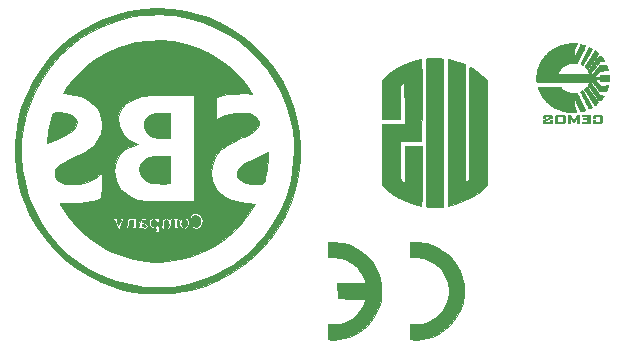
<source format=gbr>
G04 #@! TF.FileFunction,Legend,Bot*
%FSLAX46Y46*%
G04 Gerber Fmt 4.6, Leading zero omitted, Abs format (unit mm)*
G04 Created by KiCad (PCBNEW 4.0.6) date 10/04/17 00:49:36*
%MOMM*%
%LPD*%
G01*
G04 APERTURE LIST*
%ADD10C,0.100000*%
%ADD11C,0.010000*%
G04 APERTURE END LIST*
D10*
D11*
G36*
X105032613Y-30537341D02*
X103831714Y-30720100D01*
X102652811Y-31023952D01*
X101504265Y-31448258D01*
X100926424Y-31714009D01*
X99848559Y-32313856D01*
X98846788Y-33012167D01*
X97926590Y-33801992D01*
X97093446Y-34676382D01*
X96352837Y-35628387D01*
X95710244Y-36651058D01*
X95171148Y-37737444D01*
X94741028Y-38880598D01*
X94460391Y-39913000D01*
X94327052Y-40584621D01*
X94239092Y-41231139D01*
X94192915Y-41894626D01*
X94184926Y-42617157D01*
X94194481Y-43024500D01*
X94276101Y-44138989D01*
X94449571Y-45188996D01*
X94722340Y-46204321D01*
X95101859Y-47214764D01*
X95408926Y-47882250D01*
X96008069Y-48961072D01*
X96706337Y-49965357D01*
X97496852Y-50889078D01*
X98372734Y-51726206D01*
X99327106Y-52470713D01*
X100353089Y-53116571D01*
X101443805Y-53657752D01*
X102430000Y-54035401D01*
X103081110Y-54236785D01*
X103689330Y-54388437D01*
X104292377Y-54496513D01*
X104927967Y-54567167D01*
X105633817Y-54606556D01*
X105986000Y-54615750D01*
X106658488Y-54621064D01*
X107214493Y-54609334D01*
X107663422Y-54580252D01*
X107891000Y-54553532D01*
X109110448Y-54316252D01*
X110285506Y-53963434D01*
X111409256Y-53500003D01*
X112474784Y-52930885D01*
X113475171Y-52261007D01*
X114403502Y-51495293D01*
X115252860Y-50638670D01*
X116016328Y-49696062D01*
X116686990Y-48672397D01*
X117029832Y-48045225D01*
X117534846Y-46916248D01*
X117918783Y-45754620D01*
X118181088Y-44567733D01*
X118321207Y-43362978D01*
X118332808Y-42551663D01*
X117802410Y-42551663D01*
X117767706Y-43436728D01*
X117679334Y-44304130D01*
X117539424Y-45111780D01*
X117475428Y-45385431D01*
X117119358Y-46537996D01*
X116649310Y-47638106D01*
X116069475Y-48679832D01*
X115384044Y-49657245D01*
X114597210Y-50564417D01*
X113713165Y-51395419D01*
X112736099Y-52144323D01*
X112659627Y-52196716D01*
X111994220Y-52603667D01*
X111239168Y-52987476D01*
X110431586Y-53332838D01*
X109608588Y-53624444D01*
X108807288Y-53846989D01*
X108494250Y-53914598D01*
X107528525Y-54058937D01*
X106534294Y-54124106D01*
X105561045Y-54107834D01*
X105110373Y-54069832D01*
X103898482Y-53876383D01*
X102730400Y-53567144D01*
X101612745Y-53146304D01*
X100552140Y-52618056D01*
X99555204Y-51986590D01*
X98628558Y-51256098D01*
X97778823Y-50430771D01*
X97012619Y-49514800D01*
X96339502Y-48517250D01*
X95777030Y-47463565D01*
X95331219Y-46368087D01*
X95002479Y-45240159D01*
X94791221Y-44089125D01*
X94697855Y-42924326D01*
X94722793Y-41755106D01*
X94866443Y-40590807D01*
X95129217Y-39440773D01*
X95511525Y-38314346D01*
X95856863Y-37531750D01*
X96446151Y-36460625D01*
X97131015Y-35471071D01*
X97906422Y-34567153D01*
X98767337Y-33752940D01*
X99708726Y-33032499D01*
X100725555Y-32409899D01*
X101812790Y-31889207D01*
X102965396Y-31474491D01*
X103556522Y-31310188D01*
X104180311Y-31183070D01*
X104887884Y-31089820D01*
X105640045Y-31032586D01*
X106397604Y-31013520D01*
X107121366Y-31034770D01*
X107668750Y-31084618D01*
X108849377Y-31295314D01*
X109985240Y-31620386D01*
X111070003Y-32053639D01*
X112097330Y-32588874D01*
X113060884Y-33219896D01*
X113954328Y-33940507D01*
X114771326Y-34744510D01*
X115505541Y-35625709D01*
X116150637Y-36577907D01*
X116700276Y-37594906D01*
X117148123Y-38670510D01*
X117487840Y-39798522D01*
X117702309Y-40896905D01*
X117781321Y-41691026D01*
X117802410Y-42551663D01*
X118332808Y-42551663D01*
X118338584Y-42147749D01*
X118232665Y-40929436D01*
X118002894Y-39715433D01*
X117727826Y-38747086D01*
X117297949Y-37635026D01*
X116757010Y-36574120D01*
X116113185Y-35572416D01*
X115374646Y-34637962D01*
X114549570Y-33778805D01*
X113646129Y-33002992D01*
X112672500Y-32318572D01*
X111636856Y-31733591D01*
X110547372Y-31256097D01*
X109888921Y-31029994D01*
X108683662Y-30722001D01*
X107466949Y-30537653D01*
X106247146Y-30476313D01*
X105032613Y-30537341D01*
X105032613Y-30537341D01*
G37*
X105032613Y-30537341D02*
X103831714Y-30720100D01*
X102652811Y-31023952D01*
X101504265Y-31448258D01*
X100926424Y-31714009D01*
X99848559Y-32313856D01*
X98846788Y-33012167D01*
X97926590Y-33801992D01*
X97093446Y-34676382D01*
X96352837Y-35628387D01*
X95710244Y-36651058D01*
X95171148Y-37737444D01*
X94741028Y-38880598D01*
X94460391Y-39913000D01*
X94327052Y-40584621D01*
X94239092Y-41231139D01*
X94192915Y-41894626D01*
X94184926Y-42617157D01*
X94194481Y-43024500D01*
X94276101Y-44138989D01*
X94449571Y-45188996D01*
X94722340Y-46204321D01*
X95101859Y-47214764D01*
X95408926Y-47882250D01*
X96008069Y-48961072D01*
X96706337Y-49965357D01*
X97496852Y-50889078D01*
X98372734Y-51726206D01*
X99327106Y-52470713D01*
X100353089Y-53116571D01*
X101443805Y-53657752D01*
X102430000Y-54035401D01*
X103081110Y-54236785D01*
X103689330Y-54388437D01*
X104292377Y-54496513D01*
X104927967Y-54567167D01*
X105633817Y-54606556D01*
X105986000Y-54615750D01*
X106658488Y-54621064D01*
X107214493Y-54609334D01*
X107663422Y-54580252D01*
X107891000Y-54553532D01*
X109110448Y-54316252D01*
X110285506Y-53963434D01*
X111409256Y-53500003D01*
X112474784Y-52930885D01*
X113475171Y-52261007D01*
X114403502Y-51495293D01*
X115252860Y-50638670D01*
X116016328Y-49696062D01*
X116686990Y-48672397D01*
X117029832Y-48045225D01*
X117534846Y-46916248D01*
X117918783Y-45754620D01*
X118181088Y-44567733D01*
X118321207Y-43362978D01*
X118332808Y-42551663D01*
X117802410Y-42551663D01*
X117767706Y-43436728D01*
X117679334Y-44304130D01*
X117539424Y-45111780D01*
X117475428Y-45385431D01*
X117119358Y-46537996D01*
X116649310Y-47638106D01*
X116069475Y-48679832D01*
X115384044Y-49657245D01*
X114597210Y-50564417D01*
X113713165Y-51395419D01*
X112736099Y-52144323D01*
X112659627Y-52196716D01*
X111994220Y-52603667D01*
X111239168Y-52987476D01*
X110431586Y-53332838D01*
X109608588Y-53624444D01*
X108807288Y-53846989D01*
X108494250Y-53914598D01*
X107528525Y-54058937D01*
X106534294Y-54124106D01*
X105561045Y-54107834D01*
X105110373Y-54069832D01*
X103898482Y-53876383D01*
X102730400Y-53567144D01*
X101612745Y-53146304D01*
X100552140Y-52618056D01*
X99555204Y-51986590D01*
X98628558Y-51256098D01*
X97778823Y-50430771D01*
X97012619Y-49514800D01*
X96339502Y-48517250D01*
X95777030Y-47463565D01*
X95331219Y-46368087D01*
X95002479Y-45240159D01*
X94791221Y-44089125D01*
X94697855Y-42924326D01*
X94722793Y-41755106D01*
X94866443Y-40590807D01*
X95129217Y-39440773D01*
X95511525Y-38314346D01*
X95856863Y-37531750D01*
X96446151Y-36460625D01*
X97131015Y-35471071D01*
X97906422Y-34567153D01*
X98767337Y-33752940D01*
X99708726Y-33032499D01*
X100725555Y-32409899D01*
X101812790Y-31889207D01*
X102965396Y-31474491D01*
X103556522Y-31310188D01*
X104180311Y-31183070D01*
X104887884Y-31089820D01*
X105640045Y-31032586D01*
X106397604Y-31013520D01*
X107121366Y-31034770D01*
X107668750Y-31084618D01*
X108849377Y-31295314D01*
X109985240Y-31620386D01*
X111070003Y-32053639D01*
X112097330Y-32588874D01*
X113060884Y-33219896D01*
X113954328Y-33940507D01*
X114771326Y-34744510D01*
X115505541Y-35625709D01*
X116150637Y-36577907D01*
X116700276Y-37594906D01*
X117148123Y-38670510D01*
X117487840Y-39798522D01*
X117702309Y-40896905D01*
X117781321Y-41691026D01*
X117802410Y-42551663D01*
X118332808Y-42551663D01*
X118338584Y-42147749D01*
X118232665Y-40929436D01*
X118002894Y-39715433D01*
X117727826Y-38747086D01*
X117297949Y-37635026D01*
X116757010Y-36574120D01*
X116113185Y-35572416D01*
X115374646Y-34637962D01*
X114549570Y-33778805D01*
X113646129Y-33002992D01*
X112672500Y-32318572D01*
X111636856Y-31733591D01*
X110547372Y-31256097D01*
X109888921Y-31029994D01*
X108683662Y-30722001D01*
X107466949Y-30537653D01*
X106247146Y-30476313D01*
X105032613Y-30537341D01*
G36*
X105464793Y-33224270D02*
X104392478Y-33378134D01*
X103327322Y-33655895D01*
X103033250Y-33755384D01*
X102074804Y-34162839D01*
X101163589Y-34684023D01*
X100309578Y-35311257D01*
X99522748Y-36036856D01*
X98813074Y-36853141D01*
X98549234Y-37208700D01*
X98410264Y-37409069D01*
X98307456Y-37565134D01*
X98256837Y-37652233D01*
X98254618Y-37662115D01*
X98321084Y-37676208D01*
X98477471Y-37698205D01*
X98651750Y-37718984D01*
X99357832Y-37842752D01*
X99971812Y-38045904D01*
X100490184Y-38326953D01*
X100898352Y-38672601D01*
X101203910Y-39050727D01*
X101403370Y-39439127D01*
X101514676Y-39875327D01*
X101530691Y-39995009D01*
X101548108Y-40580272D01*
X101457489Y-41103540D01*
X101256176Y-41573703D01*
X100941511Y-41999650D01*
X100926367Y-42016068D01*
X100696810Y-42242575D01*
X100446465Y-42443699D01*
X100152151Y-42633909D01*
X99790684Y-42827676D01*
X99338884Y-43039470D01*
X99161256Y-43117861D01*
X98643898Y-43355693D01*
X98239472Y-43571396D01*
X97937684Y-43773572D01*
X97728240Y-43970825D01*
X97600846Y-44171759D01*
X97545209Y-44384977D01*
X97540738Y-44472278D01*
X97595963Y-44779856D01*
X97760790Y-45026185D01*
X98032797Y-45209847D01*
X98409562Y-45329423D01*
X98888663Y-45383495D01*
X99101958Y-45386529D01*
X99686482Y-45327725D01*
X100282409Y-45171349D01*
X100847610Y-44931739D01*
X101336241Y-44626076D01*
X101544231Y-44467462D01*
X101526741Y-45501766D01*
X101509250Y-46536069D01*
X101100822Y-46688743D01*
X100678679Y-46814120D01*
X100172523Y-46912828D01*
X99623520Y-46979644D01*
X99072832Y-47009343D01*
X98635875Y-47001600D01*
X98366018Y-46989442D01*
X98150766Y-46986308D01*
X98016575Y-46992178D01*
X97985000Y-47002047D01*
X98020761Y-47092901D01*
X98118322Y-47263144D01*
X98263106Y-47490705D01*
X98440532Y-47753507D01*
X98636021Y-48029478D01*
X98834995Y-48296543D01*
X98869526Y-48341284D01*
X99577842Y-49151706D01*
X100368531Y-49868711D01*
X101233267Y-50487778D01*
X102163720Y-51004382D01*
X103151564Y-51414004D01*
X104188469Y-51712119D01*
X105266109Y-51894205D01*
X105446250Y-51912690D01*
X105812166Y-51944768D01*
X106096901Y-51962323D01*
X106345442Y-51965377D01*
X106602773Y-51953953D01*
X106913878Y-51928072D01*
X107065500Y-51913476D01*
X108163073Y-51744311D01*
X109217605Y-51458469D01*
X110222105Y-51059487D01*
X111169582Y-50550900D01*
X112053044Y-49936245D01*
X112865500Y-49219057D01*
X113297995Y-48761390D01*
X113441187Y-48589483D01*
X113476863Y-48543607D01*
X110078608Y-48543607D01*
X110029241Y-48788623D01*
X109931808Y-48953369D01*
X109740604Y-49090491D01*
X109505791Y-49147748D01*
X109272900Y-49121388D01*
X109101280Y-49021818D01*
X109036401Y-48930947D01*
X109077550Y-48896606D01*
X109214890Y-48923321D01*
X109271837Y-48943336D01*
X109506972Y-48977949D01*
X109702070Y-48908440D01*
X109837004Y-48756116D01*
X109880286Y-48586729D01*
X108965186Y-48586729D01*
X108960918Y-48790034D01*
X108879681Y-48963876D01*
X108742311Y-49089590D01*
X108569644Y-49148508D01*
X108382518Y-49121964D01*
X108201766Y-48991293D01*
X108192625Y-48980947D01*
X108097492Y-48785162D01*
X108098487Y-48565153D01*
X108194268Y-48373563D01*
X108208500Y-48358500D01*
X108309804Y-48298636D01*
X108018000Y-48298636D01*
X107969570Y-48356785D01*
X107954500Y-48358500D01*
X107914366Y-48413882D01*
X107894735Y-48551159D01*
X107894807Y-48727025D01*
X107913780Y-48898175D01*
X107950851Y-49021304D01*
X107967200Y-49044299D01*
X107991046Y-49094699D01*
X107916900Y-49117084D01*
X107808450Y-49120500D01*
X107656582Y-49105354D01*
X107576962Y-49067858D01*
X107573500Y-49057000D01*
X107622282Y-48995896D01*
X107640480Y-48993500D01*
X107679051Y-48935232D01*
X107691420Y-48777460D01*
X107688105Y-48691875D01*
X107667289Y-48504611D01*
X107624676Y-48409731D01*
X107542860Y-48372695D01*
X107525875Y-48369958D01*
X107444650Y-48368764D01*
X107395780Y-48409558D01*
X107371453Y-48516298D01*
X107363858Y-48712940D01*
X107363974Y-48866500D01*
X107346363Y-49028390D01*
X107301572Y-49129864D01*
X107294771Y-49135402D01*
X107165515Y-49181515D01*
X107079830Y-49142656D01*
X107065500Y-49088750D01*
X107099789Y-49004246D01*
X107129000Y-48993500D01*
X107175531Y-48939749D01*
X107192267Y-48809149D01*
X107181700Y-48647679D01*
X107146323Y-48501317D01*
X107098059Y-48422671D01*
X106966743Y-48357513D01*
X106875236Y-48412743D01*
X106823747Y-48588081D01*
X106811500Y-48807800D01*
X106806763Y-49022361D01*
X106787971Y-49134151D01*
X106748253Y-49167196D01*
X106711057Y-49159043D01*
X106581550Y-49124518D01*
X106539607Y-49120500D01*
X106505663Y-49094404D01*
X106544800Y-49044299D01*
X106594590Y-48934481D01*
X106620115Y-48760824D01*
X106621000Y-48722625D01*
X106649166Y-48457394D01*
X106708019Y-48351135D01*
X106419411Y-48351135D01*
X106377528Y-48383743D01*
X106351190Y-48460723D01*
X106338086Y-48623978D01*
X106337453Y-48833556D01*
X106348526Y-49049506D01*
X106370541Y-49231878D01*
X106395571Y-49326875D01*
X106409332Y-49398913D01*
X106348002Y-49430324D01*
X106199169Y-49435980D01*
X106048802Y-49429809D01*
X106007374Y-49407041D01*
X106056922Y-49356081D01*
X106065375Y-49349605D01*
X106162534Y-49239059D01*
X106156508Y-49153878D01*
X106051216Y-49122023D01*
X106033625Y-49122984D01*
X105783919Y-49114082D01*
X105626590Y-49029070D01*
X105549467Y-48859472D01*
X105432099Y-48859472D01*
X105410491Y-49005408D01*
X105304912Y-49113773D01*
X105158341Y-49143484D01*
X105139054Y-49139565D01*
X104978549Y-49117576D01*
X104783741Y-49113492D01*
X104781633Y-49113576D01*
X104642601Y-49110755D01*
X104611889Y-49080524D01*
X104638758Y-49045342D01*
X104689248Y-48934771D01*
X104715111Y-48760664D01*
X104716000Y-48722625D01*
X104741439Y-48462618D01*
X104824595Y-48305752D01*
X104829898Y-48303352D01*
X104525500Y-48303352D01*
X104476937Y-48356949D01*
X104462000Y-48358500D01*
X104421866Y-48413882D01*
X104402235Y-48551159D01*
X104402307Y-48727025D01*
X104421280Y-48898175D01*
X104458351Y-49021304D01*
X104474700Y-49044300D01*
X104497664Y-49093893D01*
X104423846Y-49116556D01*
X104303250Y-49120500D01*
X104150266Y-49112306D01*
X104106296Y-49082619D01*
X104131800Y-49044300D01*
X104179671Y-48936380D01*
X104206148Y-48760025D01*
X104208000Y-48699329D01*
X104195110Y-48518353D01*
X104145491Y-48424447D01*
X104074608Y-48388221D01*
X103936473Y-48379763D01*
X103850818Y-48467139D01*
X103810828Y-48660802D01*
X103805829Y-48800424D01*
X103799756Y-48990254D01*
X103773027Y-49085323D01*
X103710733Y-49117741D01*
X103657203Y-49120500D01*
X103543260Y-49097290D01*
X103509500Y-49057000D01*
X103557822Y-48995345D01*
X103573000Y-48993500D01*
X103609607Y-48936471D01*
X103632553Y-48791008D01*
X103636500Y-48683775D01*
X103651927Y-48487804D01*
X103691183Y-48344276D01*
X103716267Y-48307850D01*
X103805422Y-48276496D01*
X103433260Y-48276496D01*
X103432212Y-48279125D01*
X103263457Y-48623250D01*
X103157338Y-48878047D01*
X103108121Y-49061214D01*
X103110074Y-49190450D01*
X103123886Y-49230981D01*
X103180622Y-49368227D01*
X103177380Y-49425942D01*
X103111375Y-49437988D01*
X103106846Y-49438000D01*
X103044252Y-49383107D01*
X102955695Y-49237783D01*
X102858315Y-49031058D01*
X102839229Y-48984751D01*
X102734281Y-48742633D01*
X102628844Y-48529639D01*
X102544381Y-48388861D01*
X102538774Y-48381501D01*
X102420783Y-48231500D01*
X102647642Y-48231500D01*
X102798326Y-48250316D01*
X102875982Y-48294974D01*
X102858984Y-48347783D01*
X102815841Y-48369083D01*
X102800450Y-48434046D01*
X102835091Y-48569178D01*
X102852369Y-48612500D01*
X102947555Y-48834750D01*
X103064422Y-48612500D01*
X103124784Y-48468371D01*
X103133110Y-48379292D01*
X103123144Y-48369083D01*
X103059671Y-48316884D01*
X103098785Y-48264153D01*
X103218148Y-48233218D01*
X103260792Y-48231500D01*
X103388722Y-48244629D01*
X103433260Y-48276496D01*
X103805422Y-48276496D01*
X103813384Y-48273696D01*
X103979350Y-48253091D01*
X104173758Y-48246258D01*
X104356199Y-48253421D01*
X104486267Y-48274806D01*
X104525500Y-48303352D01*
X104829898Y-48303352D01*
X104975726Y-48237366D01*
X105059709Y-48231500D01*
X105229351Y-48258127D01*
X105347369Y-48322515D01*
X105350084Y-48325645D01*
X105383389Y-48385380D01*
X105333294Y-48408199D01*
X105185684Y-48405020D01*
X105015871Y-48409421D01*
X104936180Y-48458030D01*
X104920169Y-48501375D01*
X104942057Y-48595792D01*
X104994107Y-48612500D01*
X105160623Y-48646891D01*
X105320783Y-48730257D01*
X105421889Y-48832884D01*
X105432099Y-48859472D01*
X105549467Y-48859472D01*
X105546793Y-48853593D01*
X105528800Y-48634842D01*
X105549729Y-48436678D01*
X105627259Y-48316442D01*
X105783505Y-48257690D01*
X106040585Y-48243977D01*
X106054241Y-48244147D01*
X106294052Y-48259364D01*
X106416984Y-48295548D01*
X106419411Y-48351135D01*
X106708019Y-48351135D01*
X106737706Y-48297536D01*
X106892688Y-48233622D01*
X106936987Y-48231500D01*
X107083522Y-48252303D01*
X107162656Y-48298083D01*
X107236791Y-48328017D01*
X107277529Y-48303997D01*
X107376012Y-48268604D01*
X107539651Y-48248012D01*
X107726362Y-48242526D01*
X107894059Y-48252451D01*
X108000657Y-48278092D01*
X108018000Y-48298636D01*
X108309804Y-48298636D01*
X108384554Y-48254464D01*
X108590730Y-48231325D01*
X108778536Y-48288051D01*
X108871650Y-48372629D01*
X108965186Y-48586729D01*
X109880286Y-48586729D01*
X109891643Y-48542287D01*
X109858158Y-48322682D01*
X109742084Y-48131220D01*
X109618127Y-48059430D01*
X109421948Y-48023460D01*
X109260197Y-48040935D01*
X109169347Y-48105373D01*
X109161000Y-48140666D01*
X109125270Y-48222296D01*
X109097500Y-48231500D01*
X109043622Y-48182771D01*
X109036425Y-48072897D01*
X109070033Y-47956349D01*
X109134444Y-47889043D01*
X109321817Y-47854449D01*
X109551495Y-47858196D01*
X109753331Y-47897141D01*
X109805551Y-47919111D01*
X109961835Y-48068480D01*
X110054497Y-48290102D01*
X110078608Y-48543607D01*
X113476863Y-48543607D01*
X113616707Y-48363787D01*
X113809287Y-48105800D01*
X114003658Y-47837021D01*
X114184551Y-47578949D01*
X114336698Y-47353083D01*
X114444831Y-47180920D01*
X114493680Y-47083961D01*
X114495000Y-47075955D01*
X114436425Y-47057040D01*
X114279877Y-47033924D01*
X114054129Y-47010499D01*
X113943916Y-47001376D01*
X113194176Y-46902456D01*
X112972862Y-46843112D01*
X109351500Y-46843112D01*
X107081375Y-46819923D01*
X106480793Y-46813446D01*
X105992778Y-46806938D01*
X105602900Y-46799509D01*
X105296730Y-46790268D01*
X105059838Y-46778324D01*
X104877793Y-46762786D01*
X104736166Y-46742763D01*
X104620528Y-46717365D01*
X104516447Y-46685701D01*
X104435325Y-46656571D01*
X103999870Y-46469610D01*
X103647609Y-46256265D01*
X103334755Y-45987914D01*
X103204936Y-45852314D01*
X102910266Y-45464965D01*
X102718685Y-45049349D01*
X102619223Y-44576668D01*
X102599373Y-44262750D01*
X102642076Y-43718835D01*
X102792399Y-43241814D01*
X103048394Y-42834361D01*
X103408112Y-42499151D01*
X103869608Y-42238858D01*
X104149573Y-42133868D01*
X104603628Y-41987870D01*
X104214762Y-41811350D01*
X103763354Y-41544658D01*
X103402967Y-41202005D01*
X103141972Y-40796624D01*
X102988741Y-40341744D01*
X102951643Y-39850597D01*
X102953450Y-39817750D01*
X103035929Y-39344015D01*
X103221409Y-38935472D01*
X103512735Y-38589192D01*
X103912751Y-38302244D01*
X104424303Y-38071699D01*
X104747750Y-37969672D01*
X104880325Y-37938959D01*
X105045017Y-37913602D01*
X105256179Y-37892817D01*
X105528163Y-37875822D01*
X105875321Y-37861836D01*
X106312005Y-37850075D01*
X106852568Y-37839758D01*
X107240125Y-37833829D01*
X109351500Y-37803682D01*
X109351500Y-46843112D01*
X112972862Y-46843112D01*
X112546829Y-46728874D01*
X112001994Y-46480704D01*
X111559786Y-46158025D01*
X111220323Y-45760913D01*
X110983722Y-45289444D01*
X110898392Y-45002362D01*
X110820615Y-44429215D01*
X110856029Y-43876336D01*
X110999525Y-43359188D01*
X111245992Y-42893232D01*
X111590323Y-42493930D01*
X111778937Y-42337805D01*
X111954340Y-42213680D01*
X112145922Y-42092241D01*
X112372550Y-41963378D01*
X112653095Y-41816978D01*
X113006425Y-41642932D01*
X113451410Y-41431127D01*
X113609428Y-41356918D01*
X114098399Y-41104519D01*
X114464575Y-40861327D01*
X114711448Y-40623102D01*
X114842508Y-40385605D01*
X114861246Y-40144597D01*
X114787639Y-39926320D01*
X114610754Y-39681166D01*
X114362110Y-39504016D01*
X114028938Y-39389631D01*
X113598471Y-39332772D01*
X113320250Y-39324139D01*
X112866547Y-39346943D01*
X112429095Y-39425261D01*
X111975811Y-39567966D01*
X111474612Y-39783933D01*
X111240625Y-39899371D01*
X111224071Y-39848282D01*
X111210017Y-39691444D01*
X111199558Y-39450098D01*
X111193786Y-39145488D01*
X111193000Y-38974159D01*
X111193000Y-38024735D01*
X111560805Y-37921534D01*
X112170515Y-37790512D01*
X112850568Y-37714482D01*
X113554580Y-37698396D01*
X113632034Y-37700516D01*
X114298515Y-37722250D01*
X114197365Y-37563500D01*
X113751794Y-36934035D01*
X113226304Y-36308268D01*
X112650905Y-35717479D01*
X112055608Y-35192946D01*
X111588572Y-34844335D01*
X110645974Y-34276790D01*
X109661199Y-33826863D01*
X108642471Y-33495601D01*
X107598013Y-33284050D01*
X106536046Y-33193258D01*
X105464793Y-33224270D01*
X105464793Y-33224270D01*
G37*
X105464793Y-33224270D02*
X104392478Y-33378134D01*
X103327322Y-33655895D01*
X103033250Y-33755384D01*
X102074804Y-34162839D01*
X101163589Y-34684023D01*
X100309578Y-35311257D01*
X99522748Y-36036856D01*
X98813074Y-36853141D01*
X98549234Y-37208700D01*
X98410264Y-37409069D01*
X98307456Y-37565134D01*
X98256837Y-37652233D01*
X98254618Y-37662115D01*
X98321084Y-37676208D01*
X98477471Y-37698205D01*
X98651750Y-37718984D01*
X99357832Y-37842752D01*
X99971812Y-38045904D01*
X100490184Y-38326953D01*
X100898352Y-38672601D01*
X101203910Y-39050727D01*
X101403370Y-39439127D01*
X101514676Y-39875327D01*
X101530691Y-39995009D01*
X101548108Y-40580272D01*
X101457489Y-41103540D01*
X101256176Y-41573703D01*
X100941511Y-41999650D01*
X100926367Y-42016068D01*
X100696810Y-42242575D01*
X100446465Y-42443699D01*
X100152151Y-42633909D01*
X99790684Y-42827676D01*
X99338884Y-43039470D01*
X99161256Y-43117861D01*
X98643898Y-43355693D01*
X98239472Y-43571396D01*
X97937684Y-43773572D01*
X97728240Y-43970825D01*
X97600846Y-44171759D01*
X97545209Y-44384977D01*
X97540738Y-44472278D01*
X97595963Y-44779856D01*
X97760790Y-45026185D01*
X98032797Y-45209847D01*
X98409562Y-45329423D01*
X98888663Y-45383495D01*
X99101958Y-45386529D01*
X99686482Y-45327725D01*
X100282409Y-45171349D01*
X100847610Y-44931739D01*
X101336241Y-44626076D01*
X101544231Y-44467462D01*
X101526741Y-45501766D01*
X101509250Y-46536069D01*
X101100822Y-46688743D01*
X100678679Y-46814120D01*
X100172523Y-46912828D01*
X99623520Y-46979644D01*
X99072832Y-47009343D01*
X98635875Y-47001600D01*
X98366018Y-46989442D01*
X98150766Y-46986308D01*
X98016575Y-46992178D01*
X97985000Y-47002047D01*
X98020761Y-47092901D01*
X98118322Y-47263144D01*
X98263106Y-47490705D01*
X98440532Y-47753507D01*
X98636021Y-48029478D01*
X98834995Y-48296543D01*
X98869526Y-48341284D01*
X99577842Y-49151706D01*
X100368531Y-49868711D01*
X101233267Y-50487778D01*
X102163720Y-51004382D01*
X103151564Y-51414004D01*
X104188469Y-51712119D01*
X105266109Y-51894205D01*
X105446250Y-51912690D01*
X105812166Y-51944768D01*
X106096901Y-51962323D01*
X106345442Y-51965377D01*
X106602773Y-51953953D01*
X106913878Y-51928072D01*
X107065500Y-51913476D01*
X108163073Y-51744311D01*
X109217605Y-51458469D01*
X110222105Y-51059487D01*
X111169582Y-50550900D01*
X112053044Y-49936245D01*
X112865500Y-49219057D01*
X113297995Y-48761390D01*
X113441187Y-48589483D01*
X113476863Y-48543607D01*
X110078608Y-48543607D01*
X110029241Y-48788623D01*
X109931808Y-48953369D01*
X109740604Y-49090491D01*
X109505791Y-49147748D01*
X109272900Y-49121388D01*
X109101280Y-49021818D01*
X109036401Y-48930947D01*
X109077550Y-48896606D01*
X109214890Y-48923321D01*
X109271837Y-48943336D01*
X109506972Y-48977949D01*
X109702070Y-48908440D01*
X109837004Y-48756116D01*
X109880286Y-48586729D01*
X108965186Y-48586729D01*
X108960918Y-48790034D01*
X108879681Y-48963876D01*
X108742311Y-49089590D01*
X108569644Y-49148508D01*
X108382518Y-49121964D01*
X108201766Y-48991293D01*
X108192625Y-48980947D01*
X108097492Y-48785162D01*
X108098487Y-48565153D01*
X108194268Y-48373563D01*
X108208500Y-48358500D01*
X108309804Y-48298636D01*
X108018000Y-48298636D01*
X107969570Y-48356785D01*
X107954500Y-48358500D01*
X107914366Y-48413882D01*
X107894735Y-48551159D01*
X107894807Y-48727025D01*
X107913780Y-48898175D01*
X107950851Y-49021304D01*
X107967200Y-49044299D01*
X107991046Y-49094699D01*
X107916900Y-49117084D01*
X107808450Y-49120500D01*
X107656582Y-49105354D01*
X107576962Y-49067858D01*
X107573500Y-49057000D01*
X107622282Y-48995896D01*
X107640480Y-48993500D01*
X107679051Y-48935232D01*
X107691420Y-48777460D01*
X107688105Y-48691875D01*
X107667289Y-48504611D01*
X107624676Y-48409731D01*
X107542860Y-48372695D01*
X107525875Y-48369958D01*
X107444650Y-48368764D01*
X107395780Y-48409558D01*
X107371453Y-48516298D01*
X107363858Y-48712940D01*
X107363974Y-48866500D01*
X107346363Y-49028390D01*
X107301572Y-49129864D01*
X107294771Y-49135402D01*
X107165515Y-49181515D01*
X107079830Y-49142656D01*
X107065500Y-49088750D01*
X107099789Y-49004246D01*
X107129000Y-48993500D01*
X107175531Y-48939749D01*
X107192267Y-48809149D01*
X107181700Y-48647679D01*
X107146323Y-48501317D01*
X107098059Y-48422671D01*
X106966743Y-48357513D01*
X106875236Y-48412743D01*
X106823747Y-48588081D01*
X106811500Y-48807800D01*
X106806763Y-49022361D01*
X106787971Y-49134151D01*
X106748253Y-49167196D01*
X106711057Y-49159043D01*
X106581550Y-49124518D01*
X106539607Y-49120500D01*
X106505663Y-49094404D01*
X106544800Y-49044299D01*
X106594590Y-48934481D01*
X106620115Y-48760824D01*
X106621000Y-48722625D01*
X106649166Y-48457394D01*
X106708019Y-48351135D01*
X106419411Y-48351135D01*
X106377528Y-48383743D01*
X106351190Y-48460723D01*
X106338086Y-48623978D01*
X106337453Y-48833556D01*
X106348526Y-49049506D01*
X106370541Y-49231878D01*
X106395571Y-49326875D01*
X106409332Y-49398913D01*
X106348002Y-49430324D01*
X106199169Y-49435980D01*
X106048802Y-49429809D01*
X106007374Y-49407041D01*
X106056922Y-49356081D01*
X106065375Y-49349605D01*
X106162534Y-49239059D01*
X106156508Y-49153878D01*
X106051216Y-49122023D01*
X106033625Y-49122984D01*
X105783919Y-49114082D01*
X105626590Y-49029070D01*
X105549467Y-48859472D01*
X105432099Y-48859472D01*
X105410491Y-49005408D01*
X105304912Y-49113773D01*
X105158341Y-49143484D01*
X105139054Y-49139565D01*
X104978549Y-49117576D01*
X104783741Y-49113492D01*
X104781633Y-49113576D01*
X104642601Y-49110755D01*
X104611889Y-49080524D01*
X104638758Y-49045342D01*
X104689248Y-48934771D01*
X104715111Y-48760664D01*
X104716000Y-48722625D01*
X104741439Y-48462618D01*
X104824595Y-48305752D01*
X104829898Y-48303352D01*
X104525500Y-48303352D01*
X104476937Y-48356949D01*
X104462000Y-48358500D01*
X104421866Y-48413882D01*
X104402235Y-48551159D01*
X104402307Y-48727025D01*
X104421280Y-48898175D01*
X104458351Y-49021304D01*
X104474700Y-49044300D01*
X104497664Y-49093893D01*
X104423846Y-49116556D01*
X104303250Y-49120500D01*
X104150266Y-49112306D01*
X104106296Y-49082619D01*
X104131800Y-49044300D01*
X104179671Y-48936380D01*
X104206148Y-48760025D01*
X104208000Y-48699329D01*
X104195110Y-48518353D01*
X104145491Y-48424447D01*
X104074608Y-48388221D01*
X103936473Y-48379763D01*
X103850818Y-48467139D01*
X103810828Y-48660802D01*
X103805829Y-48800424D01*
X103799756Y-48990254D01*
X103773027Y-49085323D01*
X103710733Y-49117741D01*
X103657203Y-49120500D01*
X103543260Y-49097290D01*
X103509500Y-49057000D01*
X103557822Y-48995345D01*
X103573000Y-48993500D01*
X103609607Y-48936471D01*
X103632553Y-48791008D01*
X103636500Y-48683775D01*
X103651927Y-48487804D01*
X103691183Y-48344276D01*
X103716267Y-48307850D01*
X103805422Y-48276496D01*
X103433260Y-48276496D01*
X103432212Y-48279125D01*
X103263457Y-48623250D01*
X103157338Y-48878047D01*
X103108121Y-49061214D01*
X103110074Y-49190450D01*
X103123886Y-49230981D01*
X103180622Y-49368227D01*
X103177380Y-49425942D01*
X103111375Y-49437988D01*
X103106846Y-49438000D01*
X103044252Y-49383107D01*
X102955695Y-49237783D01*
X102858315Y-49031058D01*
X102839229Y-48984751D01*
X102734281Y-48742633D01*
X102628844Y-48529639D01*
X102544381Y-48388861D01*
X102538774Y-48381501D01*
X102420783Y-48231500D01*
X102647642Y-48231500D01*
X102798326Y-48250316D01*
X102875982Y-48294974D01*
X102858984Y-48347783D01*
X102815841Y-48369083D01*
X102800450Y-48434046D01*
X102835091Y-48569178D01*
X102852369Y-48612500D01*
X102947555Y-48834750D01*
X103064422Y-48612500D01*
X103124784Y-48468371D01*
X103133110Y-48379292D01*
X103123144Y-48369083D01*
X103059671Y-48316884D01*
X103098785Y-48264153D01*
X103218148Y-48233218D01*
X103260792Y-48231500D01*
X103388722Y-48244629D01*
X103433260Y-48276496D01*
X103805422Y-48276496D01*
X103813384Y-48273696D01*
X103979350Y-48253091D01*
X104173758Y-48246258D01*
X104356199Y-48253421D01*
X104486267Y-48274806D01*
X104525500Y-48303352D01*
X104829898Y-48303352D01*
X104975726Y-48237366D01*
X105059709Y-48231500D01*
X105229351Y-48258127D01*
X105347369Y-48322515D01*
X105350084Y-48325645D01*
X105383389Y-48385380D01*
X105333294Y-48408199D01*
X105185684Y-48405020D01*
X105015871Y-48409421D01*
X104936180Y-48458030D01*
X104920169Y-48501375D01*
X104942057Y-48595792D01*
X104994107Y-48612500D01*
X105160623Y-48646891D01*
X105320783Y-48730257D01*
X105421889Y-48832884D01*
X105432099Y-48859472D01*
X105549467Y-48859472D01*
X105546793Y-48853593D01*
X105528800Y-48634842D01*
X105549729Y-48436678D01*
X105627259Y-48316442D01*
X105783505Y-48257690D01*
X106040585Y-48243977D01*
X106054241Y-48244147D01*
X106294052Y-48259364D01*
X106416984Y-48295548D01*
X106419411Y-48351135D01*
X106708019Y-48351135D01*
X106737706Y-48297536D01*
X106892688Y-48233622D01*
X106936987Y-48231500D01*
X107083522Y-48252303D01*
X107162656Y-48298083D01*
X107236791Y-48328017D01*
X107277529Y-48303997D01*
X107376012Y-48268604D01*
X107539651Y-48248012D01*
X107726362Y-48242526D01*
X107894059Y-48252451D01*
X108000657Y-48278092D01*
X108018000Y-48298636D01*
X108309804Y-48298636D01*
X108384554Y-48254464D01*
X108590730Y-48231325D01*
X108778536Y-48288051D01*
X108871650Y-48372629D01*
X108965186Y-48586729D01*
X109880286Y-48586729D01*
X109891643Y-48542287D01*
X109858158Y-48322682D01*
X109742084Y-48131220D01*
X109618127Y-48059430D01*
X109421948Y-48023460D01*
X109260197Y-48040935D01*
X109169347Y-48105373D01*
X109161000Y-48140666D01*
X109125270Y-48222296D01*
X109097500Y-48231500D01*
X109043622Y-48182771D01*
X109036425Y-48072897D01*
X109070033Y-47956349D01*
X109134444Y-47889043D01*
X109321817Y-47854449D01*
X109551495Y-47858196D01*
X109753331Y-47897141D01*
X109805551Y-47919111D01*
X109961835Y-48068480D01*
X110054497Y-48290102D01*
X110078608Y-48543607D01*
X113476863Y-48543607D01*
X113616707Y-48363787D01*
X113809287Y-48105800D01*
X114003658Y-47837021D01*
X114184551Y-47578949D01*
X114336698Y-47353083D01*
X114444831Y-47180920D01*
X114493680Y-47083961D01*
X114495000Y-47075955D01*
X114436425Y-47057040D01*
X114279877Y-47033924D01*
X114054129Y-47010499D01*
X113943916Y-47001376D01*
X113194176Y-46902456D01*
X112972862Y-46843112D01*
X109351500Y-46843112D01*
X107081375Y-46819923D01*
X106480793Y-46813446D01*
X105992778Y-46806938D01*
X105602900Y-46799509D01*
X105296730Y-46790268D01*
X105059838Y-46778324D01*
X104877793Y-46762786D01*
X104736166Y-46742763D01*
X104620528Y-46717365D01*
X104516447Y-46685701D01*
X104435325Y-46656571D01*
X103999870Y-46469610D01*
X103647609Y-46256265D01*
X103334755Y-45987914D01*
X103204936Y-45852314D01*
X102910266Y-45464965D01*
X102718685Y-45049349D01*
X102619223Y-44576668D01*
X102599373Y-44262750D01*
X102642076Y-43718835D01*
X102792399Y-43241814D01*
X103048394Y-42834361D01*
X103408112Y-42499151D01*
X103869608Y-42238858D01*
X104149573Y-42133868D01*
X104603628Y-41987870D01*
X104214762Y-41811350D01*
X103763354Y-41544658D01*
X103402967Y-41202005D01*
X103141972Y-40796624D01*
X102988741Y-40341744D01*
X102951643Y-39850597D01*
X102953450Y-39817750D01*
X103035929Y-39344015D01*
X103221409Y-38935472D01*
X103512735Y-38589192D01*
X103912751Y-38302244D01*
X104424303Y-38071699D01*
X104747750Y-37969672D01*
X104880325Y-37938959D01*
X105045017Y-37913602D01*
X105256179Y-37892817D01*
X105528163Y-37875822D01*
X105875321Y-37861836D01*
X106312005Y-37850075D01*
X106852568Y-37839758D01*
X107240125Y-37833829D01*
X109351500Y-37803682D01*
X109351500Y-46843112D01*
X112972862Y-46843112D01*
X112546829Y-46728874D01*
X112001994Y-46480704D01*
X111559786Y-46158025D01*
X111220323Y-45760913D01*
X110983722Y-45289444D01*
X110898392Y-45002362D01*
X110820615Y-44429215D01*
X110856029Y-43876336D01*
X110999525Y-43359188D01*
X111245992Y-42893232D01*
X111590323Y-42493930D01*
X111778937Y-42337805D01*
X111954340Y-42213680D01*
X112145922Y-42092241D01*
X112372550Y-41963378D01*
X112653095Y-41816978D01*
X113006425Y-41642932D01*
X113451410Y-41431127D01*
X113609428Y-41356918D01*
X114098399Y-41104519D01*
X114464575Y-40861327D01*
X114711448Y-40623102D01*
X114842508Y-40385605D01*
X114861246Y-40144597D01*
X114787639Y-39926320D01*
X114610754Y-39681166D01*
X114362110Y-39504016D01*
X114028938Y-39389631D01*
X113598471Y-39332772D01*
X113320250Y-39324139D01*
X112866547Y-39346943D01*
X112429095Y-39425261D01*
X111975811Y-39567966D01*
X111474612Y-39783933D01*
X111240625Y-39899371D01*
X111224071Y-39848282D01*
X111210017Y-39691444D01*
X111199558Y-39450098D01*
X111193786Y-39145488D01*
X111193000Y-38974159D01*
X111193000Y-38024735D01*
X111560805Y-37921534D01*
X112170515Y-37790512D01*
X112850568Y-37714482D01*
X113554580Y-37698396D01*
X113632034Y-37700516D01*
X114298515Y-37722250D01*
X114197365Y-37563500D01*
X113751794Y-36934035D01*
X113226304Y-36308268D01*
X112650905Y-35717479D01*
X112055608Y-35192946D01*
X111588572Y-34844335D01*
X110645974Y-34276790D01*
X109661199Y-33826863D01*
X108642471Y-33495601D01*
X107598013Y-33284050D01*
X106536046Y-33193258D01*
X105464793Y-33224270D01*
G36*
X114741169Y-43059466D02*
X114230164Y-43297234D01*
X113826857Y-43503384D01*
X113518890Y-43687714D01*
X113293906Y-43860023D01*
X113139547Y-44030112D01*
X113043456Y-44207780D01*
X112993273Y-44402826D01*
X112987003Y-44450493D01*
X112980380Y-44634209D01*
X113025504Y-44773908D01*
X113143395Y-44930833D01*
X113157363Y-44946836D01*
X113417605Y-45154018D01*
X113770113Y-45301304D01*
X114192451Y-45383310D01*
X114662182Y-45394655D01*
X114922446Y-45370211D01*
X115095843Y-45340502D01*
X115208684Y-45309366D01*
X115225278Y-45299889D01*
X115265588Y-45208771D01*
X115318111Y-45017906D01*
X115377884Y-44753382D01*
X115439945Y-44441286D01*
X115499330Y-44107705D01*
X115551077Y-43778725D01*
X115590224Y-43480435D01*
X115609057Y-43282506D01*
X115654087Y-42647358D01*
X114741169Y-43059466D01*
X114741169Y-43059466D01*
G37*
X114741169Y-43059466D02*
X114230164Y-43297234D01*
X113826857Y-43503384D01*
X113518890Y-43687714D01*
X113293906Y-43860023D01*
X113139547Y-44030112D01*
X113043456Y-44207780D01*
X112993273Y-44402826D01*
X112987003Y-44450493D01*
X112980380Y-44634209D01*
X113025504Y-44773908D01*
X113143395Y-44930833D01*
X113157363Y-44946836D01*
X113417605Y-45154018D01*
X113770113Y-45301304D01*
X114192451Y-45383310D01*
X114662182Y-45394655D01*
X114922446Y-45370211D01*
X115095843Y-45340502D01*
X115208684Y-45309366D01*
X115225278Y-45299889D01*
X115265588Y-45208771D01*
X115318111Y-45017906D01*
X115377884Y-44753382D01*
X115439945Y-44441286D01*
X115499330Y-44107705D01*
X115551077Y-43778725D01*
X115590224Y-43480435D01*
X115609057Y-43282506D01*
X115654087Y-42647358D01*
X114741169Y-43059466D01*
G36*
X97704422Y-39312293D02*
X97429847Y-39353468D01*
X97263517Y-39903109D01*
X97175898Y-40221377D01*
X97092777Y-40574510D01*
X97019617Y-40932850D01*
X96961885Y-41266738D01*
X96925044Y-41546516D01*
X96914560Y-41742526D01*
X96917458Y-41781219D01*
X96937250Y-41928707D01*
X97191250Y-41811932D01*
X97353368Y-41737294D01*
X97595255Y-41625804D01*
X97881379Y-41493844D01*
X98117260Y-41385003D01*
X98618700Y-41127973D01*
X98995874Y-40875960D01*
X99251270Y-40626110D01*
X99387379Y-40375568D01*
X99406689Y-40121482D01*
X99360562Y-39959635D01*
X99245956Y-39772083D01*
X99094087Y-39618433D01*
X99087560Y-39613753D01*
X98775583Y-39452896D01*
X98395155Y-39343475D01*
X97998328Y-39296835D01*
X97704422Y-39312293D01*
X97704422Y-39312293D01*
G37*
X97704422Y-39312293D02*
X97429847Y-39353468D01*
X97263517Y-39903109D01*
X97175898Y-40221377D01*
X97092777Y-40574510D01*
X97019617Y-40932850D01*
X96961885Y-41266738D01*
X96925044Y-41546516D01*
X96914560Y-41742526D01*
X96917458Y-41781219D01*
X96937250Y-41928707D01*
X97191250Y-41811932D01*
X97353368Y-41737294D01*
X97595255Y-41625804D01*
X97881379Y-41493844D01*
X98117260Y-41385003D01*
X98618700Y-41127973D01*
X98995874Y-40875960D01*
X99251270Y-40626110D01*
X99387379Y-40375568D01*
X99406689Y-40121482D01*
X99360562Y-39959635D01*
X99245956Y-39772083D01*
X99094087Y-39618433D01*
X99087560Y-39613753D01*
X98775583Y-39452896D01*
X98395155Y-39343475D01*
X97998328Y-39296835D01*
X97704422Y-39312293D01*
G36*
X105827066Y-48417691D02*
X105738222Y-48535463D01*
X105703117Y-48697242D01*
X105742167Y-48875441D01*
X105745489Y-48882375D01*
X105844107Y-48964210D01*
X105992332Y-48995102D01*
X106120498Y-48962721D01*
X106134167Y-48951166D01*
X106173206Y-48841211D01*
X106172180Y-48674449D01*
X106136923Y-48512487D01*
X106084301Y-48424531D01*
X105949231Y-48371517D01*
X105827066Y-48417691D01*
X105827066Y-48417691D01*
G37*
X105827066Y-48417691D02*
X105738222Y-48535463D01*
X105703117Y-48697242D01*
X105742167Y-48875441D01*
X105745489Y-48882375D01*
X105844107Y-48964210D01*
X105992332Y-48995102D01*
X106120498Y-48962721D01*
X106134167Y-48951166D01*
X106173206Y-48841211D01*
X106172180Y-48674449D01*
X106136923Y-48512487D01*
X106084301Y-48424531D01*
X105949231Y-48371517D01*
X105827066Y-48417691D01*
G36*
X108369668Y-48423502D02*
X108295348Y-48566622D01*
X108285048Y-48764476D01*
X108299337Y-48839772D01*
X108360517Y-48954993D01*
X108490403Y-48992705D01*
X108526000Y-48993500D01*
X108673587Y-48967130D01*
X108744430Y-48868705D01*
X108752664Y-48839772D01*
X108770548Y-48600392D01*
X108685276Y-48434496D01*
X108637125Y-48397380D01*
X108489698Y-48359094D01*
X108369668Y-48423502D01*
X108369668Y-48423502D01*
G37*
X108369668Y-48423502D02*
X108295348Y-48566622D01*
X108285048Y-48764476D01*
X108299337Y-48839772D01*
X108360517Y-48954993D01*
X108490403Y-48992705D01*
X108526000Y-48993500D01*
X108673587Y-48967130D01*
X108744430Y-48868705D01*
X108752664Y-48839772D01*
X108770548Y-48600392D01*
X108685276Y-48434496D01*
X108637125Y-48397380D01*
X108489698Y-48359094D01*
X108369668Y-48423502D01*
G36*
X104927449Y-48760885D02*
X104914861Y-48843748D01*
X104928413Y-48895511D01*
X105005527Y-48967967D01*
X105127139Y-48992964D01*
X105239157Y-48969907D01*
X105287500Y-48899459D01*
X105234157Y-48823100D01*
X105114286Y-48762249D01*
X104988129Y-48740090D01*
X104927449Y-48760885D01*
X104927449Y-48760885D01*
G37*
X104927449Y-48760885D02*
X104914861Y-48843748D01*
X104928413Y-48895511D01*
X105005527Y-48967967D01*
X105127139Y-48992964D01*
X105239157Y-48969907D01*
X105287500Y-48899459D01*
X105234157Y-48823100D01*
X105114286Y-48762249D01*
X104988129Y-48740090D01*
X104927449Y-48760885D01*
G36*
X106481478Y-43007988D02*
X105992011Y-43028748D01*
X105610165Y-43079890D01*
X105318583Y-43169233D01*
X105099904Y-43304596D01*
X104936772Y-43493799D01*
X104811828Y-43744661D01*
X104804582Y-43763374D01*
X104727916Y-44125043D01*
X104770440Y-44470235D01*
X104924368Y-44779993D01*
X105181912Y-45035359D01*
X105374255Y-45150374D01*
X105531987Y-45221214D01*
X105683194Y-45269188D01*
X105859743Y-45299368D01*
X106093499Y-45316829D01*
X106416330Y-45326644D01*
X106490305Y-45328062D01*
X106849516Y-45329241D01*
X107110335Y-45318538D01*
X107262140Y-45296630D01*
X107297395Y-45276519D01*
X107304665Y-45194200D01*
X107309113Y-45006901D01*
X107310591Y-44736616D01*
X107308955Y-44405336D01*
X107305184Y-44103385D01*
X107287750Y-42995982D01*
X106481478Y-43007988D01*
X106481478Y-43007988D01*
G37*
X106481478Y-43007988D02*
X105992011Y-43028748D01*
X105610165Y-43079890D01*
X105318583Y-43169233D01*
X105099904Y-43304596D01*
X104936772Y-43493799D01*
X104811828Y-43744661D01*
X104804582Y-43763374D01*
X104727916Y-44125043D01*
X104770440Y-44470235D01*
X104924368Y-44779993D01*
X105181912Y-45035359D01*
X105374255Y-45150374D01*
X105531987Y-45221214D01*
X105683194Y-45269188D01*
X105859743Y-45299368D01*
X106093499Y-45316829D01*
X106416330Y-45326644D01*
X106490305Y-45328062D01*
X106849516Y-45329241D01*
X107110335Y-45318538D01*
X107262140Y-45296630D01*
X107297395Y-45276519D01*
X107304665Y-45194200D01*
X107309113Y-45006901D01*
X107310591Y-44736616D01*
X107308955Y-44405336D01*
X107305184Y-44103385D01*
X107287750Y-42995982D01*
X106481478Y-43007988D01*
G36*
X106605125Y-39354194D02*
X106146801Y-39389166D01*
X105794346Y-39457103D01*
X105529347Y-39564843D01*
X105333390Y-39719224D01*
X105221747Y-39867936D01*
X105108745Y-40166564D01*
X105103477Y-40485605D01*
X105196757Y-40795882D01*
X105379401Y-41068217D01*
X105642224Y-41273434D01*
X105668500Y-41287115D01*
X105833108Y-41357109D01*
X106016487Y-41403836D01*
X106252914Y-41433172D01*
X106576663Y-41450990D01*
X106636875Y-41453100D01*
X107319500Y-41475759D01*
X107319500Y-39325518D01*
X106605125Y-39354194D01*
X106605125Y-39354194D01*
G37*
X106605125Y-39354194D02*
X106146801Y-39389166D01*
X105794346Y-39457103D01*
X105529347Y-39564843D01*
X105333390Y-39719224D01*
X105221747Y-39867936D01*
X105108745Y-40166564D01*
X105103477Y-40485605D01*
X105196757Y-40795882D01*
X105379401Y-41068217D01*
X105642224Y-41273434D01*
X105668500Y-41287115D01*
X105833108Y-41357109D01*
X106016487Y-41403836D01*
X106252914Y-41433172D01*
X106576663Y-41450990D01*
X106636875Y-41453100D01*
X107319500Y-41475759D01*
X107319500Y-39325518D01*
X106605125Y-39354194D01*
G36*
X129647832Y-34706386D02*
X129457892Y-34710788D01*
X129284831Y-34718791D01*
X129144403Y-34729940D01*
X129052362Y-34743778D01*
X129028497Y-34752102D01*
X129022658Y-34770435D01*
X129017316Y-34819641D01*
X129012453Y-34902332D01*
X129008049Y-35021117D01*
X129004087Y-35178605D01*
X129000548Y-35377408D01*
X128997414Y-35620136D01*
X128994667Y-35909398D01*
X128992287Y-36247804D01*
X128990257Y-36637965D01*
X128988558Y-37082490D01*
X128987172Y-37583990D01*
X128986080Y-38145076D01*
X128985264Y-38768356D01*
X128984705Y-39456441D01*
X128984385Y-40211942D01*
X128984286Y-41016286D01*
X128984442Y-41683443D01*
X128984898Y-42330930D01*
X128985639Y-42955026D01*
X128986648Y-43552016D01*
X128987909Y-44118180D01*
X128989407Y-44649801D01*
X128991124Y-45143162D01*
X128993044Y-45594543D01*
X128995152Y-46000228D01*
X128997431Y-46356499D01*
X128999865Y-46659638D01*
X129002438Y-46905927D01*
X129005134Y-47091647D01*
X129007936Y-47213083D01*
X129010828Y-47266514D01*
X129011500Y-47268791D01*
X129064753Y-47279535D01*
X129174902Y-47288991D01*
X129326279Y-47296764D01*
X129503214Y-47302462D01*
X129690038Y-47305690D01*
X129871081Y-47306056D01*
X130030676Y-47303166D01*
X130145429Y-47297266D01*
X130417572Y-47275571D01*
X130426746Y-41010320D01*
X130435920Y-34745068D01*
X130161379Y-34719342D01*
X130015330Y-34710207D01*
X129838896Y-34706040D01*
X129647832Y-34706386D01*
X129647832Y-34706386D01*
G37*
X129647832Y-34706386D02*
X129457892Y-34710788D01*
X129284831Y-34718791D01*
X129144403Y-34729940D01*
X129052362Y-34743778D01*
X129028497Y-34752102D01*
X129022658Y-34770435D01*
X129017316Y-34819641D01*
X129012453Y-34902332D01*
X129008049Y-35021117D01*
X129004087Y-35178605D01*
X129000548Y-35377408D01*
X128997414Y-35620136D01*
X128994667Y-35909398D01*
X128992287Y-36247804D01*
X128990257Y-36637965D01*
X128988558Y-37082490D01*
X128987172Y-37583990D01*
X128986080Y-38145076D01*
X128985264Y-38768356D01*
X128984705Y-39456441D01*
X128984385Y-40211942D01*
X128984286Y-41016286D01*
X128984442Y-41683443D01*
X128984898Y-42330930D01*
X128985639Y-42955026D01*
X128986648Y-43552016D01*
X128987909Y-44118180D01*
X128989407Y-44649801D01*
X128991124Y-45143162D01*
X128993044Y-45594543D01*
X128995152Y-46000228D01*
X128997431Y-46356499D01*
X128999865Y-46659638D01*
X129002438Y-46905927D01*
X129005134Y-47091647D01*
X129007936Y-47213083D01*
X129010828Y-47266514D01*
X129011500Y-47268791D01*
X129064753Y-47279535D01*
X129174902Y-47288991D01*
X129326279Y-47296764D01*
X129503214Y-47302462D01*
X129690038Y-47305690D01*
X129871081Y-47306056D01*
X130030676Y-47303166D01*
X130145429Y-47297266D01*
X130417572Y-47275571D01*
X130426746Y-41010320D01*
X130435920Y-34745068D01*
X130161379Y-34719342D01*
X130015330Y-34710207D01*
X129838896Y-34706040D01*
X129647832Y-34706386D01*
G36*
X130878201Y-34820198D02*
X130872328Y-34848499D01*
X130866992Y-34899322D01*
X130862167Y-34975656D01*
X130857830Y-35080491D01*
X130853957Y-35216816D01*
X130850524Y-35387622D01*
X130847506Y-35595898D01*
X130844880Y-35844634D01*
X130842621Y-36136820D01*
X130840706Y-36475445D01*
X130839110Y-36863498D01*
X130837810Y-37303971D01*
X130836781Y-37799852D01*
X130835999Y-38354131D01*
X130835440Y-38969798D01*
X130835080Y-39649842D01*
X130834896Y-40397254D01*
X130834858Y-40996001D01*
X130835015Y-41660318D01*
X130835475Y-42304947D01*
X130836222Y-42926155D01*
X130837239Y-43520209D01*
X130838510Y-44083374D01*
X130840019Y-44611919D01*
X130841749Y-45102108D01*
X130843684Y-45550209D01*
X130845807Y-45952488D01*
X130848102Y-46305211D01*
X130850553Y-46604645D01*
X130853143Y-46847057D01*
X130855856Y-47028712D01*
X130858676Y-47145878D01*
X130861585Y-47194821D01*
X130862072Y-47196080D01*
X130907021Y-47194427D01*
X131004913Y-47177095D01*
X131138636Y-47147363D01*
X131215858Y-47128292D01*
X131833772Y-46935942D01*
X132431079Y-46681285D01*
X132997671Y-46369804D01*
X133523441Y-46006980D01*
X133946358Y-45647669D01*
X134136858Y-45468901D01*
X134136858Y-36533001D01*
X133928215Y-36350338D01*
X133755229Y-36204068D01*
X133567054Y-36053733D01*
X133373729Y-35906448D01*
X133185294Y-35769325D01*
X133011788Y-35649477D01*
X132863251Y-35554018D01*
X132749723Y-35490060D01*
X132681244Y-35464718D01*
X132678026Y-35464571D01*
X132674494Y-35500150D01*
X132671076Y-35604060D01*
X132667799Y-35772061D01*
X132664689Y-35999912D01*
X132661771Y-36283372D01*
X132659073Y-36618203D01*
X132656621Y-37000162D01*
X132654440Y-37425010D01*
X132652558Y-37888507D01*
X132651000Y-38386411D01*
X132649793Y-38914483D01*
X132648964Y-39468483D01*
X132648537Y-40044169D01*
X132648491Y-40227071D01*
X132647839Y-44989571D01*
X132467191Y-45107694D01*
X132286542Y-45225817D01*
X132277343Y-40233448D01*
X132268143Y-35241079D01*
X131941572Y-35113658D01*
X131787773Y-35057690D01*
X131607069Y-34998163D01*
X131415922Y-34939785D01*
X131230796Y-34887263D01*
X131068155Y-34845305D01*
X130944463Y-34818618D01*
X130884633Y-34811428D01*
X130878201Y-34820198D01*
X130878201Y-34820198D01*
G37*
X130878201Y-34820198D02*
X130872328Y-34848499D01*
X130866992Y-34899322D01*
X130862167Y-34975656D01*
X130857830Y-35080491D01*
X130853957Y-35216816D01*
X130850524Y-35387622D01*
X130847506Y-35595898D01*
X130844880Y-35844634D01*
X130842621Y-36136820D01*
X130840706Y-36475445D01*
X130839110Y-36863498D01*
X130837810Y-37303971D01*
X130836781Y-37799852D01*
X130835999Y-38354131D01*
X130835440Y-38969798D01*
X130835080Y-39649842D01*
X130834896Y-40397254D01*
X130834858Y-40996001D01*
X130835015Y-41660318D01*
X130835475Y-42304947D01*
X130836222Y-42926155D01*
X130837239Y-43520209D01*
X130838510Y-44083374D01*
X130840019Y-44611919D01*
X130841749Y-45102108D01*
X130843684Y-45550209D01*
X130845807Y-45952488D01*
X130848102Y-46305211D01*
X130850553Y-46604645D01*
X130853143Y-46847057D01*
X130855856Y-47028712D01*
X130858676Y-47145878D01*
X130861585Y-47194821D01*
X130862072Y-47196080D01*
X130907021Y-47194427D01*
X131004913Y-47177095D01*
X131138636Y-47147363D01*
X131215858Y-47128292D01*
X131833772Y-46935942D01*
X132431079Y-46681285D01*
X132997671Y-46369804D01*
X133523441Y-46006980D01*
X133946358Y-45647669D01*
X134136858Y-45468901D01*
X134136858Y-36533001D01*
X133928215Y-36350338D01*
X133755229Y-36204068D01*
X133567054Y-36053733D01*
X133373729Y-35906448D01*
X133185294Y-35769325D01*
X133011788Y-35649477D01*
X132863251Y-35554018D01*
X132749723Y-35490060D01*
X132681244Y-35464718D01*
X132678026Y-35464571D01*
X132674494Y-35500150D01*
X132671076Y-35604060D01*
X132667799Y-35772061D01*
X132664689Y-35999912D01*
X132661771Y-36283372D01*
X132659073Y-36618203D01*
X132656621Y-37000162D01*
X132654440Y-37425010D01*
X132652558Y-37888507D01*
X132651000Y-38386411D01*
X132649793Y-38914483D01*
X132648964Y-39468483D01*
X132648537Y-40044169D01*
X132648491Y-40227071D01*
X132647839Y-44989571D01*
X132467191Y-45107694D01*
X132286542Y-45225817D01*
X132277343Y-40233448D01*
X132268143Y-35241079D01*
X131941572Y-35113658D01*
X131787773Y-35057690D01*
X131607069Y-34998163D01*
X131415922Y-34939785D01*
X131230796Y-34887263D01*
X131068155Y-34845305D01*
X130944463Y-34818618D01*
X130884633Y-34811428D01*
X130878201Y-34820198D01*
G36*
X128451759Y-34818934D02*
X128317346Y-34847333D01*
X128227985Y-34869482D01*
X127641157Y-35052135D01*
X127071888Y-35287211D01*
X126532073Y-35568353D01*
X126033608Y-35889206D01*
X125588387Y-36243415D01*
X125492467Y-36331095D01*
X125246132Y-36562618D01*
X125265000Y-39873286D01*
X126017929Y-39883093D01*
X126770858Y-39892901D01*
X126770858Y-37005551D01*
X126950107Y-36888204D01*
X127049247Y-36825383D01*
X127122534Y-36782798D01*
X127149679Y-36770857D01*
X127153716Y-36805980D01*
X127157487Y-36906699D01*
X127160910Y-37066037D01*
X127163905Y-37277020D01*
X127166392Y-37532672D01*
X127168290Y-37826017D01*
X127169518Y-38150080D01*
X127169997Y-38497884D01*
X127170000Y-38530714D01*
X127170000Y-40290571D01*
X125246857Y-40290571D01*
X125246857Y-42828209D01*
X125247309Y-43252801D01*
X125248612Y-43657498D01*
X125250694Y-44036232D01*
X125253480Y-44382936D01*
X125256895Y-44691540D01*
X125260864Y-44955978D01*
X125265314Y-45170180D01*
X125270169Y-45328079D01*
X125275355Y-45423605D01*
X125279038Y-45449852D01*
X125319201Y-45507722D01*
X125402258Y-45597685D01*
X125514857Y-45705981D01*
X125607045Y-45787857D01*
X126140141Y-46198045D01*
X126713520Y-46548349D01*
X127324575Y-46837423D01*
X127970699Y-47063926D01*
X128210418Y-47129643D01*
X128362788Y-47167844D01*
X128488430Y-47198193D01*
X128571045Y-47216819D01*
X128594215Y-47220812D01*
X128598737Y-47185550D01*
X128603024Y-47083522D01*
X128607015Y-46920534D01*
X128610645Y-46702390D01*
X128613854Y-46434897D01*
X128616580Y-46123859D01*
X128618759Y-45775082D01*
X128620330Y-45394371D01*
X128621231Y-44987532D01*
X128621429Y-44681143D01*
X128621429Y-42141143D01*
X127170000Y-42141143D01*
X127170000Y-45259267D01*
X127042654Y-45184130D01*
X126983443Y-45150070D01*
X126934207Y-45119582D01*
X126894069Y-45086051D01*
X126862152Y-45042865D01*
X126837578Y-44983408D01*
X126819469Y-44901068D01*
X126806949Y-44789231D01*
X126799141Y-44641282D01*
X126795166Y-44450607D01*
X126794148Y-44210594D01*
X126795209Y-43914628D01*
X126797473Y-43556096D01*
X126798814Y-43345871D01*
X126808628Y-41743264D01*
X127705957Y-41733561D01*
X128603286Y-41723857D01*
X128612543Y-38278714D01*
X128613587Y-37784832D01*
X128614035Y-37311587D01*
X128613915Y-36864014D01*
X128613252Y-36447150D01*
X128612073Y-36066032D01*
X128610404Y-35725696D01*
X128608271Y-35431178D01*
X128605701Y-35187514D01*
X128602720Y-34999741D01*
X128599355Y-34872895D01*
X128595631Y-34812012D01*
X128594400Y-34807312D01*
X128549663Y-34804651D01*
X128451759Y-34818934D01*
X128451759Y-34818934D01*
G37*
X128451759Y-34818934D02*
X128317346Y-34847333D01*
X128227985Y-34869482D01*
X127641157Y-35052135D01*
X127071888Y-35287211D01*
X126532073Y-35568353D01*
X126033608Y-35889206D01*
X125588387Y-36243415D01*
X125492467Y-36331095D01*
X125246132Y-36562618D01*
X125265000Y-39873286D01*
X126017929Y-39883093D01*
X126770858Y-39892901D01*
X126770858Y-37005551D01*
X126950107Y-36888204D01*
X127049247Y-36825383D01*
X127122534Y-36782798D01*
X127149679Y-36770857D01*
X127153716Y-36805980D01*
X127157487Y-36906699D01*
X127160910Y-37066037D01*
X127163905Y-37277020D01*
X127166392Y-37532672D01*
X127168290Y-37826017D01*
X127169518Y-38150080D01*
X127169997Y-38497884D01*
X127170000Y-38530714D01*
X127170000Y-40290571D01*
X125246857Y-40290571D01*
X125246857Y-42828209D01*
X125247309Y-43252801D01*
X125248612Y-43657498D01*
X125250694Y-44036232D01*
X125253480Y-44382936D01*
X125256895Y-44691540D01*
X125260864Y-44955978D01*
X125265314Y-45170180D01*
X125270169Y-45328079D01*
X125275355Y-45423605D01*
X125279038Y-45449852D01*
X125319201Y-45507722D01*
X125402258Y-45597685D01*
X125514857Y-45705981D01*
X125607045Y-45787857D01*
X126140141Y-46198045D01*
X126713520Y-46548349D01*
X127324575Y-46837423D01*
X127970699Y-47063926D01*
X128210418Y-47129643D01*
X128362788Y-47167844D01*
X128488430Y-47198193D01*
X128571045Y-47216819D01*
X128594215Y-47220812D01*
X128598737Y-47185550D01*
X128603024Y-47083522D01*
X128607015Y-46920534D01*
X128610645Y-46702390D01*
X128613854Y-46434897D01*
X128616580Y-46123859D01*
X128618759Y-45775082D01*
X128620330Y-45394371D01*
X128621231Y-44987532D01*
X128621429Y-44681143D01*
X128621429Y-42141143D01*
X127170000Y-42141143D01*
X127170000Y-45259267D01*
X127042654Y-45184130D01*
X126983443Y-45150070D01*
X126934207Y-45119582D01*
X126894069Y-45086051D01*
X126862152Y-45042865D01*
X126837578Y-44983408D01*
X126819469Y-44901068D01*
X126806949Y-44789231D01*
X126799141Y-44641282D01*
X126795166Y-44450607D01*
X126794148Y-44210594D01*
X126795209Y-43914628D01*
X126797473Y-43556096D01*
X126798814Y-43345871D01*
X126808628Y-41743264D01*
X127705957Y-41733561D01*
X128603286Y-41723857D01*
X128612543Y-38278714D01*
X128613587Y-37784832D01*
X128614035Y-37311587D01*
X128613915Y-36864014D01*
X128613252Y-36447150D01*
X128612073Y-36066032D01*
X128610404Y-35725696D01*
X128608271Y-35431178D01*
X128605701Y-35187514D01*
X128602720Y-34999741D01*
X128599355Y-34872895D01*
X128595631Y-34812012D01*
X128594400Y-34807312D01*
X128549663Y-34804651D01*
X128451759Y-34818934D01*
G36*
X143333138Y-39555269D02*
X143257163Y-39557239D01*
X143200490Y-39560676D01*
X143173142Y-39564642D01*
X143138876Y-39575602D01*
X143120894Y-39592293D01*
X143112961Y-39624839D01*
X143109749Y-39667566D01*
X143104630Y-39755466D01*
X143292667Y-39755466D01*
X143292667Y-39619999D01*
X143682133Y-39619999D01*
X143682133Y-40111066D01*
X143292667Y-40111066D01*
X143292667Y-39975600D01*
X143106400Y-39975600D01*
X143106400Y-40066921D01*
X143109500Y-40125833D01*
X143119980Y-40158050D01*
X143133185Y-40168521D01*
X143158125Y-40171666D01*
X143210404Y-40174105D01*
X143283572Y-40175848D01*
X143371182Y-40176901D01*
X143466785Y-40177275D01*
X143563933Y-40176977D01*
X143656177Y-40176016D01*
X143737069Y-40174400D01*
X143800160Y-40172138D01*
X143839002Y-40169238D01*
X143847233Y-40167585D01*
X143855578Y-40154682D01*
X143861620Y-40121420D01*
X143865606Y-40064372D01*
X143867783Y-39980115D01*
X143868400Y-39873588D01*
X143867633Y-39759112D01*
X143865178Y-39675172D01*
X143860799Y-39618467D01*
X143854264Y-39585696D01*
X143847233Y-39574432D01*
X143822208Y-39568839D01*
X143769968Y-39564037D01*
X143697159Y-39560122D01*
X143610426Y-39557191D01*
X143516415Y-39555341D01*
X143421770Y-39554668D01*
X143333138Y-39555269D01*
X143333138Y-39555269D01*
G37*
X143333138Y-39555269D02*
X143257163Y-39557239D01*
X143200490Y-39560676D01*
X143173142Y-39564642D01*
X143138876Y-39575602D01*
X143120894Y-39592293D01*
X143112961Y-39624839D01*
X143109749Y-39667566D01*
X143104630Y-39755466D01*
X143292667Y-39755466D01*
X143292667Y-39619999D01*
X143682133Y-39619999D01*
X143682133Y-40111066D01*
X143292667Y-40111066D01*
X143292667Y-39975600D01*
X143106400Y-39975600D01*
X143106400Y-40066921D01*
X143109500Y-40125833D01*
X143119980Y-40158050D01*
X143133185Y-40168521D01*
X143158125Y-40171666D01*
X143210404Y-40174105D01*
X143283572Y-40175848D01*
X143371182Y-40176901D01*
X143466785Y-40177275D01*
X143563933Y-40176977D01*
X143656177Y-40176016D01*
X143737069Y-40174400D01*
X143800160Y-40172138D01*
X143839002Y-40169238D01*
X143847233Y-40167585D01*
X143855578Y-40154682D01*
X143861620Y-40121420D01*
X143865606Y-40064372D01*
X143867783Y-39980115D01*
X143868400Y-39873588D01*
X143867633Y-39759112D01*
X143865178Y-39675172D01*
X143860799Y-39618467D01*
X143854264Y-39585696D01*
X143847233Y-39574432D01*
X143822208Y-39568839D01*
X143769968Y-39564037D01*
X143697159Y-39560122D01*
X143610426Y-39557191D01*
X143516415Y-39555341D01*
X143421770Y-39554668D01*
X143333138Y-39555269D01*
G36*
X142412139Y-39552419D02*
X142331409Y-39553204D01*
X142275473Y-39555113D01*
X142239796Y-39558634D01*
X142219841Y-39564259D01*
X142211074Y-39572479D01*
X142208958Y-39583782D01*
X142208933Y-39586133D01*
X142210801Y-39599959D01*
X142220000Y-39609405D01*
X142241929Y-39615302D01*
X142281984Y-39618479D01*
X142345562Y-39619768D01*
X142429067Y-39619999D01*
X142649200Y-39619999D01*
X142649200Y-39823199D01*
X142242800Y-39823199D01*
X142242800Y-39907866D01*
X142649200Y-39907866D01*
X142649200Y-40111066D01*
X142420600Y-40111066D01*
X142328743Y-40111334D01*
X142265453Y-40112663D01*
X142225432Y-40115835D01*
X142203382Y-40121638D01*
X142194005Y-40130855D01*
X142192002Y-40144272D01*
X142192000Y-40144933D01*
X142193385Y-40156695D01*
X142200525Y-40165364D01*
X142217895Y-40171410D01*
X142249972Y-40175304D01*
X142301232Y-40177519D01*
X142376152Y-40178525D01*
X142479208Y-40178792D01*
X142513734Y-40178800D01*
X142835467Y-40178800D01*
X142835467Y-39552266D01*
X142522200Y-39552266D01*
X142412139Y-39552419D01*
X142412139Y-39552419D01*
G37*
X142412139Y-39552419D02*
X142331409Y-39553204D01*
X142275473Y-39555113D01*
X142239796Y-39558634D01*
X142219841Y-39564259D01*
X142211074Y-39572479D01*
X142208958Y-39583782D01*
X142208933Y-39586133D01*
X142210801Y-39599959D01*
X142220000Y-39609405D01*
X142241929Y-39615302D01*
X142281984Y-39618479D01*
X142345562Y-39619768D01*
X142429067Y-39619999D01*
X142649200Y-39619999D01*
X142649200Y-39823199D01*
X142242800Y-39823199D01*
X142242800Y-39907866D01*
X142649200Y-39907866D01*
X142649200Y-40111066D01*
X142420600Y-40111066D01*
X142328743Y-40111334D01*
X142265453Y-40112663D01*
X142225432Y-40115835D01*
X142203382Y-40121638D01*
X142194005Y-40130855D01*
X142192002Y-40144272D01*
X142192000Y-40144933D01*
X142193385Y-40156695D01*
X142200525Y-40165364D01*
X142217895Y-40171410D01*
X142249972Y-40175304D01*
X142301232Y-40177519D01*
X142376152Y-40178525D01*
X142479208Y-40178792D01*
X142513734Y-40178800D01*
X142835467Y-40178800D01*
X142835467Y-39552266D01*
X142522200Y-39552266D01*
X142412139Y-39552419D01*
G36*
X141648429Y-39734299D02*
X141596237Y-39802330D01*
X141551043Y-39861001D01*
X141517038Y-39904889D01*
X141498413Y-39928570D01*
X141496716Y-39930623D01*
X141482730Y-39923030D01*
X141452506Y-39892543D01*
X141409925Y-39843511D01*
X141358866Y-39780283D01*
X141334430Y-39748715D01*
X141184467Y-39552518D01*
X141006667Y-39552266D01*
X141006667Y-40178800D01*
X141191824Y-40178800D01*
X141201400Y-39806036D01*
X141328368Y-39967018D01*
X141379770Y-40029438D01*
X141426018Y-40080581D01*
X141462063Y-40115188D01*
X141482856Y-40127999D01*
X141482923Y-40128000D01*
X141503647Y-40115467D01*
X141540098Y-40081282D01*
X141587258Y-40030562D01*
X141640112Y-39968424D01*
X141643822Y-39963870D01*
X141777133Y-39799740D01*
X141786709Y-40178800D01*
X141954933Y-40178800D01*
X141954933Y-39552266D01*
X141787820Y-39552266D01*
X141648429Y-39734299D01*
X141648429Y-39734299D01*
G37*
X141648429Y-39734299D02*
X141596237Y-39802330D01*
X141551043Y-39861001D01*
X141517038Y-39904889D01*
X141498413Y-39928570D01*
X141496716Y-39930623D01*
X141482730Y-39923030D01*
X141452506Y-39892543D01*
X141409925Y-39843511D01*
X141358866Y-39780283D01*
X141334430Y-39748715D01*
X141184467Y-39552518D01*
X141006667Y-39552266D01*
X141006667Y-40178800D01*
X141191824Y-40178800D01*
X141201400Y-39806036D01*
X141328368Y-39967018D01*
X141379770Y-40029438D01*
X141426018Y-40080581D01*
X141462063Y-40115188D01*
X141482856Y-40127999D01*
X141482923Y-40128000D01*
X141503647Y-40115467D01*
X141540098Y-40081282D01*
X141587258Y-40030562D01*
X141640112Y-39968424D01*
X141643822Y-39963870D01*
X141777133Y-39799740D01*
X141786709Y-40178800D01*
X141954933Y-40178800D01*
X141954933Y-39552266D01*
X141787820Y-39552266D01*
X141648429Y-39734299D01*
G36*
X140222705Y-39561308D02*
X140126393Y-39562912D01*
X140045991Y-39565365D01*
X139987091Y-39568487D01*
X139955286Y-39572096D01*
X139952567Y-39572901D01*
X139941653Y-39580377D01*
X139933776Y-39595712D01*
X139928452Y-39623785D01*
X139925198Y-39669474D01*
X139923529Y-39737657D01*
X139922961Y-39833213D01*
X139922934Y-39871656D01*
X139923322Y-39978305D01*
X139924772Y-40055803D01*
X139927709Y-40108862D01*
X139932556Y-40142192D01*
X139939740Y-40160504D01*
X139949685Y-40168508D01*
X139949718Y-40168521D01*
X139974355Y-40171559D01*
X140026583Y-40173944D01*
X140100202Y-40175683D01*
X140189012Y-40176785D01*
X140286813Y-40177257D01*
X140387403Y-40177106D01*
X140484582Y-40176341D01*
X140572150Y-40174968D01*
X140643906Y-40172995D01*
X140693649Y-40170430D01*
X140714567Y-40167585D01*
X140722890Y-40154713D01*
X140728923Y-40121525D01*
X140732911Y-40064597D01*
X140735099Y-39980509D01*
X140735733Y-39872057D01*
X140735425Y-39766297D01*
X140734176Y-39689525D01*
X140731505Y-39636868D01*
X140729196Y-39619999D01*
X140549467Y-39619999D01*
X140549467Y-40111066D01*
X140109200Y-40111066D01*
X140109200Y-39619999D01*
X140549467Y-39619999D01*
X140729196Y-39619999D01*
X140726929Y-39603450D01*
X140719965Y-39584397D01*
X140710129Y-39574835D01*
X140706100Y-39572901D01*
X140680716Y-39569213D01*
X140627058Y-39565973D01*
X140550721Y-39563364D01*
X140457295Y-39561566D01*
X140352375Y-39560759D01*
X140329333Y-39560733D01*
X140222705Y-39561308D01*
X140222705Y-39561308D01*
G37*
X140222705Y-39561308D02*
X140126393Y-39562912D01*
X140045991Y-39565365D01*
X139987091Y-39568487D01*
X139955286Y-39572096D01*
X139952567Y-39572901D01*
X139941653Y-39580377D01*
X139933776Y-39595712D01*
X139928452Y-39623785D01*
X139925198Y-39669474D01*
X139923529Y-39737657D01*
X139922961Y-39833213D01*
X139922934Y-39871656D01*
X139923322Y-39978305D01*
X139924772Y-40055803D01*
X139927709Y-40108862D01*
X139932556Y-40142192D01*
X139939740Y-40160504D01*
X139949685Y-40168508D01*
X139949718Y-40168521D01*
X139974355Y-40171559D01*
X140026583Y-40173944D01*
X140100202Y-40175683D01*
X140189012Y-40176785D01*
X140286813Y-40177257D01*
X140387403Y-40177106D01*
X140484582Y-40176341D01*
X140572150Y-40174968D01*
X140643906Y-40172995D01*
X140693649Y-40170430D01*
X140714567Y-40167585D01*
X140722890Y-40154713D01*
X140728923Y-40121525D01*
X140732911Y-40064597D01*
X140735099Y-39980509D01*
X140735733Y-39872057D01*
X140735425Y-39766297D01*
X140734176Y-39689525D01*
X140731505Y-39636868D01*
X140729196Y-39619999D01*
X140549467Y-39619999D01*
X140549467Y-40111066D01*
X140109200Y-40111066D01*
X140109200Y-39619999D01*
X140549467Y-39619999D01*
X140729196Y-39619999D01*
X140726929Y-39603450D01*
X140719965Y-39584397D01*
X140710129Y-39574835D01*
X140706100Y-39572901D01*
X140680716Y-39569213D01*
X140627058Y-39565973D01*
X140550721Y-39563364D01*
X140457295Y-39561566D01*
X140352375Y-39560759D01*
X140329333Y-39560733D01*
X140222705Y-39561308D01*
G36*
X139224784Y-39555175D02*
X139110712Y-39557467D01*
X139026093Y-39560675D01*
X138966522Y-39566492D01*
X138927594Y-39576606D01*
X138904903Y-39592706D01*
X138894045Y-39616484D01*
X138890614Y-39649628D01*
X138890259Y-39683499D01*
X138890000Y-39755466D01*
X139076267Y-39755466D01*
X139076267Y-39619999D01*
X139465734Y-39619999D01*
X139465734Y-39733393D01*
X139215967Y-39830692D01*
X139106888Y-39873360D01*
X139025342Y-39906466D01*
X138967324Y-39932795D01*
X138928830Y-39955131D01*
X138905855Y-39976256D01*
X138894394Y-39998955D01*
X138890444Y-40026010D01*
X138890000Y-40057270D01*
X138894025Y-40109479D01*
X138904213Y-40148617D01*
X138910320Y-40158479D01*
X138930011Y-40166135D01*
X138973322Y-40171726D01*
X139042807Y-40175388D01*
X139141022Y-40177254D01*
X139270153Y-40177463D01*
X139374922Y-40176644D01*
X139468707Y-40175142D01*
X139546018Y-40173106D01*
X139601360Y-40170688D01*
X139629243Y-40168038D01*
X139630834Y-40167585D01*
X139644450Y-40145044D01*
X139651359Y-40094262D01*
X139652000Y-40067322D01*
X139652000Y-39975600D01*
X139465734Y-39975600D01*
X139465734Y-40111066D01*
X139076267Y-40111066D01*
X139076267Y-39996163D01*
X139342967Y-39890080D01*
X139432724Y-39853907D01*
X139512272Y-39820964D01*
X139575898Y-39793686D01*
X139617887Y-39774509D01*
X139631624Y-39767002D01*
X139645922Y-39736332D01*
X139649143Y-39677223D01*
X139648557Y-39664837D01*
X139644007Y-39613919D01*
X139633799Y-39586507D01*
X139611394Y-39572254D01*
X139585258Y-39564642D01*
X139549453Y-39560031D01*
X139486628Y-39556641D01*
X139403615Y-39554651D01*
X139307244Y-39554240D01*
X139224784Y-39555175D01*
X139224784Y-39555175D01*
G37*
X139224784Y-39555175D02*
X139110712Y-39557467D01*
X139026093Y-39560675D01*
X138966522Y-39566492D01*
X138927594Y-39576606D01*
X138904903Y-39592706D01*
X138894045Y-39616484D01*
X138890614Y-39649628D01*
X138890259Y-39683499D01*
X138890000Y-39755466D01*
X139076267Y-39755466D01*
X139076267Y-39619999D01*
X139465734Y-39619999D01*
X139465734Y-39733393D01*
X139215967Y-39830692D01*
X139106888Y-39873360D01*
X139025342Y-39906466D01*
X138967324Y-39932795D01*
X138928830Y-39955131D01*
X138905855Y-39976256D01*
X138894394Y-39998955D01*
X138890444Y-40026010D01*
X138890000Y-40057270D01*
X138894025Y-40109479D01*
X138904213Y-40148617D01*
X138910320Y-40158479D01*
X138930011Y-40166135D01*
X138973322Y-40171726D01*
X139042807Y-40175388D01*
X139141022Y-40177254D01*
X139270153Y-40177463D01*
X139374922Y-40176644D01*
X139468707Y-40175142D01*
X139546018Y-40173106D01*
X139601360Y-40170688D01*
X139629243Y-40168038D01*
X139630834Y-40167585D01*
X139644450Y-40145044D01*
X139651359Y-40094262D01*
X139652000Y-40067322D01*
X139652000Y-39975600D01*
X139465734Y-39975600D01*
X139465734Y-40111066D01*
X139076267Y-40111066D01*
X139076267Y-39996163D01*
X139342967Y-39890080D01*
X139432724Y-39853907D01*
X139512272Y-39820964D01*
X139575898Y-39793686D01*
X139617887Y-39774509D01*
X139631624Y-39767002D01*
X139645922Y-39736332D01*
X139649143Y-39677223D01*
X139648557Y-39664837D01*
X139644007Y-39613919D01*
X139633799Y-39586507D01*
X139611394Y-39572254D01*
X139585258Y-39564642D01*
X139549453Y-39560031D01*
X139486628Y-39556641D01*
X139403615Y-39554651D01*
X139307244Y-39554240D01*
X139224784Y-39555175D01*
G36*
X138466251Y-37245100D02*
X138523439Y-37404353D01*
X138600247Y-37575354D01*
X138691875Y-37749786D01*
X138793521Y-37919331D01*
X138900385Y-38075674D01*
X139007666Y-38210496D01*
X139050867Y-38257841D01*
X139083802Y-38293361D01*
X139124220Y-38338366D01*
X139135561Y-38351241D01*
X139182530Y-38400501D01*
X139247314Y-38462622D01*
X139321157Y-38529468D01*
X139395301Y-38592904D01*
X139398851Y-38595834D01*
X139433083Y-38622148D01*
X139484838Y-38659816D01*
X139543599Y-38701200D01*
X139550400Y-38705900D01*
X139603314Y-38742853D01*
X139644710Y-38772630D01*
X139667206Y-38789897D01*
X139668934Y-38791541D01*
X139688021Y-38805280D01*
X139724959Y-38827339D01*
X139736667Y-38833875D01*
X139776367Y-38856585D01*
X139801586Y-38872637D01*
X139804400Y-38874933D01*
X139822098Y-38885348D01*
X139863887Y-38907337D01*
X139923424Y-38937623D01*
X139990667Y-38971108D01*
X140191349Y-39061453D01*
X140397224Y-39138111D01*
X140597906Y-39197536D01*
X140752667Y-39231158D01*
X140820868Y-39243802D01*
X140884840Y-39256812D01*
X140922000Y-39265269D01*
X140959879Y-39270740D01*
X141024654Y-39275952D01*
X141109356Y-39280697D01*
X141207014Y-39284769D01*
X141310659Y-39287958D01*
X141413320Y-39290057D01*
X141508028Y-39290858D01*
X141587813Y-39290153D01*
X141645704Y-39287735D01*
X141653493Y-39287080D01*
X141701816Y-39280335D01*
X141723143Y-39269879D01*
X141724344Y-39252174D01*
X141723926Y-39250807D01*
X141707909Y-39206039D01*
X141681199Y-39137544D01*
X141646774Y-39052580D01*
X141607609Y-38958405D01*
X141566681Y-38862278D01*
X141532390Y-38783691D01*
X141508918Y-38727849D01*
X141494022Y-38681407D01*
X141485919Y-38633666D01*
X141482827Y-38573932D01*
X141482963Y-38491508D01*
X141483013Y-38487357D01*
X141485113Y-38394861D01*
X141488873Y-38298245D01*
X141493640Y-38212858D01*
X141496069Y-38180666D01*
X141506912Y-38053666D01*
X141534418Y-38112933D01*
X141552606Y-38151818D01*
X141581232Y-38212665D01*
X141616223Y-38286836D01*
X141650091Y-38358466D01*
X141714387Y-38494338D01*
X141766411Y-38604382D01*
X141808404Y-38693366D01*
X141842608Y-38766062D01*
X141871263Y-38827240D01*
X141896612Y-38881671D01*
X141920896Y-38934123D01*
X141938498Y-38972299D01*
X141980203Y-39061870D01*
X142011365Y-39125170D01*
X142035114Y-39166914D01*
X142054581Y-39191813D01*
X142072895Y-39204582D01*
X142093187Y-39209934D01*
X142096615Y-39210391D01*
X142132978Y-39207971D01*
X142191948Y-39196849D01*
X142264117Y-39179366D01*
X142340075Y-39157864D01*
X142410415Y-39134685D01*
X142429687Y-39127495D01*
X142472641Y-39110884D01*
X142112535Y-38387542D01*
X142040215Y-38242229D01*
X141972557Y-38106199D01*
X141911049Y-37982449D01*
X141857179Y-37873979D01*
X141812437Y-37783789D01*
X141778310Y-37714876D01*
X141756289Y-37670241D01*
X141747862Y-37652882D01*
X141747848Y-37652850D01*
X141730195Y-37649714D01*
X141687191Y-37651274D01*
X141626966Y-37657127D01*
X141604470Y-37659962D01*
X141491758Y-37669647D01*
X141386916Y-37665558D01*
X141333537Y-37658812D01*
X141257852Y-37647858D01*
X141184077Y-37637643D01*
X141127619Y-37630298D01*
X141125563Y-37630049D01*
X141075900Y-37621038D01*
X141040404Y-37609160D01*
X141033276Y-37604449D01*
X141003784Y-37590452D01*
X140982114Y-37587468D01*
X140947290Y-37579027D01*
X140891309Y-37556742D01*
X140822064Y-37524174D01*
X140747448Y-37484886D01*
X140718800Y-37468629D01*
X140655322Y-37426493D01*
X140581122Y-37369350D01*
X140508477Y-37307055D01*
X140461894Y-37262366D01*
X140399722Y-37198533D01*
X138452098Y-37198533D01*
X138466251Y-37245100D01*
X138466251Y-37245100D01*
G37*
X138466251Y-37245100D02*
X138523439Y-37404353D01*
X138600247Y-37575354D01*
X138691875Y-37749786D01*
X138793521Y-37919331D01*
X138900385Y-38075674D01*
X139007666Y-38210496D01*
X139050867Y-38257841D01*
X139083802Y-38293361D01*
X139124220Y-38338366D01*
X139135561Y-38351241D01*
X139182530Y-38400501D01*
X139247314Y-38462622D01*
X139321157Y-38529468D01*
X139395301Y-38592904D01*
X139398851Y-38595834D01*
X139433083Y-38622148D01*
X139484838Y-38659816D01*
X139543599Y-38701200D01*
X139550400Y-38705900D01*
X139603314Y-38742853D01*
X139644710Y-38772630D01*
X139667206Y-38789897D01*
X139668934Y-38791541D01*
X139688021Y-38805280D01*
X139724959Y-38827339D01*
X139736667Y-38833875D01*
X139776367Y-38856585D01*
X139801586Y-38872637D01*
X139804400Y-38874933D01*
X139822098Y-38885348D01*
X139863887Y-38907337D01*
X139923424Y-38937623D01*
X139990667Y-38971108D01*
X140191349Y-39061453D01*
X140397224Y-39138111D01*
X140597906Y-39197536D01*
X140752667Y-39231158D01*
X140820868Y-39243802D01*
X140884840Y-39256812D01*
X140922000Y-39265269D01*
X140959879Y-39270740D01*
X141024654Y-39275952D01*
X141109356Y-39280697D01*
X141207014Y-39284769D01*
X141310659Y-39287958D01*
X141413320Y-39290057D01*
X141508028Y-39290858D01*
X141587813Y-39290153D01*
X141645704Y-39287735D01*
X141653493Y-39287080D01*
X141701816Y-39280335D01*
X141723143Y-39269879D01*
X141724344Y-39252174D01*
X141723926Y-39250807D01*
X141707909Y-39206039D01*
X141681199Y-39137544D01*
X141646774Y-39052580D01*
X141607609Y-38958405D01*
X141566681Y-38862278D01*
X141532390Y-38783691D01*
X141508918Y-38727849D01*
X141494022Y-38681407D01*
X141485919Y-38633666D01*
X141482827Y-38573932D01*
X141482963Y-38491508D01*
X141483013Y-38487357D01*
X141485113Y-38394861D01*
X141488873Y-38298245D01*
X141493640Y-38212858D01*
X141496069Y-38180666D01*
X141506912Y-38053666D01*
X141534418Y-38112933D01*
X141552606Y-38151818D01*
X141581232Y-38212665D01*
X141616223Y-38286836D01*
X141650091Y-38358466D01*
X141714387Y-38494338D01*
X141766411Y-38604382D01*
X141808404Y-38693366D01*
X141842608Y-38766062D01*
X141871263Y-38827240D01*
X141896612Y-38881671D01*
X141920896Y-38934123D01*
X141938498Y-38972299D01*
X141980203Y-39061870D01*
X142011365Y-39125170D01*
X142035114Y-39166914D01*
X142054581Y-39191813D01*
X142072895Y-39204582D01*
X142093187Y-39209934D01*
X142096615Y-39210391D01*
X142132978Y-39207971D01*
X142191948Y-39196849D01*
X142264117Y-39179366D01*
X142340075Y-39157864D01*
X142410415Y-39134685D01*
X142429687Y-39127495D01*
X142472641Y-39110884D01*
X142112535Y-38387542D01*
X142040215Y-38242229D01*
X141972557Y-38106199D01*
X141911049Y-37982449D01*
X141857179Y-37873979D01*
X141812437Y-37783789D01*
X141778310Y-37714876D01*
X141756289Y-37670241D01*
X141747862Y-37652882D01*
X141747848Y-37652850D01*
X141730195Y-37649714D01*
X141687191Y-37651274D01*
X141626966Y-37657127D01*
X141604470Y-37659962D01*
X141491758Y-37669647D01*
X141386916Y-37665558D01*
X141333537Y-37658812D01*
X141257852Y-37647858D01*
X141184077Y-37637643D01*
X141127619Y-37630298D01*
X141125563Y-37630049D01*
X141075900Y-37621038D01*
X141040404Y-37609160D01*
X141033276Y-37604449D01*
X141003784Y-37590452D01*
X140982114Y-37587468D01*
X140947290Y-37579027D01*
X140891309Y-37556742D01*
X140822064Y-37524174D01*
X140747448Y-37484886D01*
X140718800Y-37468629D01*
X140655322Y-37426493D01*
X140581122Y-37369350D01*
X140508477Y-37307055D01*
X140461894Y-37262366D01*
X140399722Y-37198533D01*
X138452098Y-37198533D01*
X138466251Y-37245100D01*
G36*
X142221669Y-37450530D02*
X142210022Y-37460015D01*
X142178944Y-37481020D01*
X142161033Y-37486400D01*
X142142335Y-37497701D01*
X142141200Y-37503333D01*
X142127082Y-37517284D01*
X142108745Y-37520266D01*
X142078562Y-37529447D01*
X142069526Y-37540556D01*
X142075203Y-37560066D01*
X142094430Y-37606112D01*
X142125487Y-37674998D01*
X142166655Y-37763032D01*
X142216213Y-37866518D01*
X142272444Y-37981764D01*
X142313648Y-38065032D01*
X142373637Y-38186094D01*
X142428486Y-38297753D01*
X142476425Y-38396337D01*
X142515689Y-38478169D01*
X142544508Y-38539576D01*
X142561117Y-38576882D01*
X142564534Y-38586609D01*
X142574679Y-38603445D01*
X142578065Y-38603999D01*
X142592309Y-38618215D01*
X142609425Y-38653037D01*
X142611695Y-38659033D01*
X142634507Y-38713875D01*
X142665056Y-38777250D01*
X142699312Y-38841990D01*
X142733242Y-38900926D01*
X142762813Y-38946892D01*
X142783994Y-38972719D01*
X142789920Y-38975861D01*
X142814717Y-38967923D01*
X142858564Y-38948009D01*
X142901384Y-38926030D01*
X142952676Y-38897249D01*
X142992376Y-38872845D01*
X143008989Y-38860584D01*
X143010501Y-38835952D01*
X142992061Y-38787677D01*
X142970014Y-38745315D01*
X142934907Y-38681179D01*
X142901105Y-38617388D01*
X142881345Y-38578599D01*
X142858768Y-38535643D01*
X142841239Y-38507201D01*
X142837066Y-38502399D01*
X142824403Y-38484202D01*
X142801125Y-38444098D01*
X142772005Y-38390349D01*
X142768602Y-38383866D01*
X142735480Y-38321023D01*
X142704464Y-38262945D01*
X142682706Y-38222999D01*
X142629711Y-38127958D01*
X142589682Y-38056372D01*
X142559151Y-38002083D01*
X142534651Y-37958933D01*
X142512715Y-37920766D01*
X142506328Y-37909733D01*
X142473540Y-37851353D01*
X142442675Y-37793533D01*
X142432913Y-37774266D01*
X142412111Y-37734160D01*
X142397202Y-37709025D01*
X142395200Y-37706533D01*
X142382671Y-37687235D01*
X142362156Y-37649923D01*
X142356389Y-37638800D01*
X142328311Y-37586514D01*
X142294235Y-37526361D01*
X142282611Y-37506581D01*
X142255890Y-37464329D01*
X142238001Y-37447201D01*
X142221669Y-37450530D01*
X142221669Y-37450530D01*
G37*
X142221669Y-37450530D02*
X142210022Y-37460015D01*
X142178944Y-37481020D01*
X142161033Y-37486400D01*
X142142335Y-37497701D01*
X142141200Y-37503333D01*
X142127082Y-37517284D01*
X142108745Y-37520266D01*
X142078562Y-37529447D01*
X142069526Y-37540556D01*
X142075203Y-37560066D01*
X142094430Y-37606112D01*
X142125487Y-37674998D01*
X142166655Y-37763032D01*
X142216213Y-37866518D01*
X142272444Y-37981764D01*
X142313648Y-38065032D01*
X142373637Y-38186094D01*
X142428486Y-38297753D01*
X142476425Y-38396337D01*
X142515689Y-38478169D01*
X142544508Y-38539576D01*
X142561117Y-38576882D01*
X142564534Y-38586609D01*
X142574679Y-38603445D01*
X142578065Y-38603999D01*
X142592309Y-38618215D01*
X142609425Y-38653037D01*
X142611695Y-38659033D01*
X142634507Y-38713875D01*
X142665056Y-38777250D01*
X142699312Y-38841990D01*
X142733242Y-38900926D01*
X142762813Y-38946892D01*
X142783994Y-38972719D01*
X142789920Y-38975861D01*
X142814717Y-38967923D01*
X142858564Y-38948009D01*
X142901384Y-38926030D01*
X142952676Y-38897249D01*
X142992376Y-38872845D01*
X143008989Y-38860584D01*
X143010501Y-38835952D01*
X142992061Y-38787677D01*
X142970014Y-38745315D01*
X142934907Y-38681179D01*
X142901105Y-38617388D01*
X142881345Y-38578599D01*
X142858768Y-38535643D01*
X142841239Y-38507201D01*
X142837066Y-38502399D01*
X142824403Y-38484202D01*
X142801125Y-38444098D01*
X142772005Y-38390349D01*
X142768602Y-38383866D01*
X142735480Y-38321023D01*
X142704464Y-38262945D01*
X142682706Y-38222999D01*
X142629711Y-38127958D01*
X142589682Y-38056372D01*
X142559151Y-38002083D01*
X142534651Y-37958933D01*
X142512715Y-37920766D01*
X142506328Y-37909733D01*
X142473540Y-37851353D01*
X142442675Y-37793533D01*
X142432913Y-37774266D01*
X142412111Y-37734160D01*
X142397202Y-37709025D01*
X142395200Y-37706533D01*
X142382671Y-37687235D01*
X142362156Y-37649923D01*
X142356389Y-37638800D01*
X142328311Y-37586514D01*
X142294235Y-37526361D01*
X142282611Y-37506581D01*
X142255890Y-37464329D01*
X142238001Y-37447201D01*
X142221669Y-37450530D01*
G36*
X142587829Y-37155161D02*
X142550560Y-37179254D01*
X142500011Y-37226567D01*
X142489526Y-37237372D01*
X142400736Y-37329779D01*
X142493520Y-37480056D01*
X142602088Y-37655821D01*
X142695307Y-37806560D01*
X142775551Y-37936104D01*
X142845192Y-38048287D01*
X142906518Y-38146799D01*
X142949103Y-38215280D01*
X142986618Y-38275938D01*
X143014455Y-38321307D01*
X143026636Y-38341533D01*
X143045182Y-38372114D01*
X143075655Y-38421255D01*
X143111831Y-38478925D01*
X143115958Y-38485466D01*
X143154041Y-38545941D01*
X143188759Y-38601364D01*
X143212976Y-38640341D01*
X143214057Y-38642099D01*
X143237643Y-38673631D01*
X143262107Y-38684450D01*
X143294712Y-38673827D01*
X143342721Y-38641032D01*
X143360400Y-38627396D01*
X143417730Y-38580314D01*
X143475961Y-38529005D01*
X143498936Y-38507435D01*
X143561271Y-38447001D01*
X143498260Y-38360400D01*
X143452151Y-38295755D01*
X143401579Y-38222978D01*
X143372847Y-38180666D01*
X143317723Y-38099145D01*
X143265467Y-38023227D01*
X143219691Y-37958030D01*
X143184006Y-37908672D01*
X143162021Y-37880268D01*
X143157802Y-37875866D01*
X143143015Y-37857277D01*
X143118673Y-37820547D01*
X143108081Y-37803450D01*
X143079164Y-37758877D01*
X143053942Y-37724898D01*
X143048043Y-37718328D01*
X143031264Y-37697203D01*
X142999629Y-37653631D01*
X142957161Y-37593282D01*
X142907883Y-37521826D01*
X142889206Y-37494411D01*
X142817188Y-37388525D01*
X142761454Y-37307351D01*
X142719346Y-37247527D01*
X142688206Y-37205693D01*
X142665374Y-37178486D01*
X142648194Y-37162546D01*
X142634005Y-37154511D01*
X142620150Y-37151019D01*
X142617270Y-37150582D01*
X142587829Y-37155161D01*
X142587829Y-37155161D01*
G37*
X142587829Y-37155161D02*
X142550560Y-37179254D01*
X142500011Y-37226567D01*
X142489526Y-37237372D01*
X142400736Y-37329779D01*
X142493520Y-37480056D01*
X142602088Y-37655821D01*
X142695307Y-37806560D01*
X142775551Y-37936104D01*
X142845192Y-38048287D01*
X142906518Y-38146799D01*
X142949103Y-38215280D01*
X142986618Y-38275938D01*
X143014455Y-38321307D01*
X143026636Y-38341533D01*
X143045182Y-38372114D01*
X143075655Y-38421255D01*
X143111831Y-38478925D01*
X143115958Y-38485466D01*
X143154041Y-38545941D01*
X143188759Y-38601364D01*
X143212976Y-38640341D01*
X143214057Y-38642099D01*
X143237643Y-38673631D01*
X143262107Y-38684450D01*
X143294712Y-38673827D01*
X143342721Y-38641032D01*
X143360400Y-38627396D01*
X143417730Y-38580314D01*
X143475961Y-38529005D01*
X143498936Y-38507435D01*
X143561271Y-38447001D01*
X143498260Y-38360400D01*
X143452151Y-38295755D01*
X143401579Y-38222978D01*
X143372847Y-38180666D01*
X143317723Y-38099145D01*
X143265467Y-38023227D01*
X143219691Y-37958030D01*
X143184006Y-37908672D01*
X143162021Y-37880268D01*
X143157802Y-37875866D01*
X143143015Y-37857277D01*
X143118673Y-37820547D01*
X143108081Y-37803450D01*
X143079164Y-37758877D01*
X143053942Y-37724898D01*
X143048043Y-37718328D01*
X143031264Y-37697203D01*
X142999629Y-37653631D01*
X142957161Y-37593282D01*
X142907883Y-37521826D01*
X142889206Y-37494411D01*
X142817188Y-37388525D01*
X142761454Y-37307351D01*
X142719346Y-37247527D01*
X142688206Y-37205693D01*
X142665374Y-37178486D01*
X142648194Y-37162546D01*
X142634005Y-37154511D01*
X142620150Y-37151019D01*
X142617270Y-37150582D01*
X142587829Y-37155161D01*
G36*
X142796193Y-36843852D02*
X142762708Y-36850141D01*
X142741674Y-36867096D01*
X142722384Y-36900015D01*
X142717278Y-36909992D01*
X142694755Y-36954574D01*
X142686056Y-36980076D01*
X142690721Y-36998121D01*
X142708289Y-37020335D01*
X142712700Y-37025570D01*
X142733704Y-37052865D01*
X142769142Y-37101193D01*
X142814111Y-37163784D01*
X142863705Y-37233871D01*
X142864915Y-37235594D01*
X142927827Y-37324965D01*
X143000035Y-37427165D01*
X143071130Y-37527481D01*
X143114163Y-37588000D01*
X143163992Y-37658050D01*
X143208221Y-37720424D01*
X143242295Y-37768685D01*
X143261657Y-37796392D01*
X143262515Y-37797648D01*
X143281854Y-37825109D01*
X143315376Y-37871823D01*
X143357268Y-37929709D01*
X143378225Y-37958515D01*
X143425009Y-38023858D01*
X143468738Y-38086924D01*
X143502203Y-38137249D01*
X143510718Y-38150836D01*
X143548086Y-38197216D01*
X143592572Y-38232943D01*
X143602960Y-38238390D01*
X143662412Y-38263686D01*
X143703425Y-38272811D01*
X143736278Y-38263155D01*
X143771249Y-38232112D01*
X143811570Y-38185470D01*
X143852721Y-38137636D01*
X143886036Y-38101071D01*
X143905185Y-38082678D01*
X143906500Y-38081888D01*
X143919008Y-38062356D01*
X143919671Y-38056488D01*
X143929519Y-38032282D01*
X143954021Y-37993011D01*
X143970471Y-37970216D01*
X143999743Y-37928916D01*
X144017893Y-37898276D01*
X144020800Y-37889783D01*
X144005147Y-37883564D01*
X143963296Y-37878750D01*
X143902909Y-37876068D01*
X143872633Y-37875750D01*
X143724467Y-37875635D01*
X143682133Y-37812265D01*
X143646170Y-37762659D01*
X143609641Y-37718477D01*
X143601700Y-37710011D01*
X143575269Y-37679686D01*
X143563608Y-37659677D01*
X143563579Y-37659196D01*
X143553619Y-37639426D01*
X143529286Y-37606833D01*
X143525479Y-37602276D01*
X143490694Y-37558921D01*
X143462000Y-37519768D01*
X143434326Y-37482309D01*
X143415433Y-37460134D01*
X143397302Y-37435903D01*
X143394267Y-37427133D01*
X143384333Y-37406781D01*
X143373100Y-37392517D01*
X143350846Y-37365227D01*
X143318374Y-37322880D01*
X143301134Y-37299695D01*
X143260414Y-37246333D01*
X143211338Y-37184758D01*
X143182600Y-37149908D01*
X143138041Y-37094483D01*
X143085465Y-37025707D01*
X143036009Y-36958158D01*
X143034526Y-36956072D01*
X142954185Y-36842933D01*
X142852837Y-36842933D01*
X142796193Y-36843852D01*
X142796193Y-36843852D01*
G37*
X142796193Y-36843852D02*
X142762708Y-36850141D01*
X142741674Y-36867096D01*
X142722384Y-36900015D01*
X142717278Y-36909992D01*
X142694755Y-36954574D01*
X142686056Y-36980076D01*
X142690721Y-36998121D01*
X142708289Y-37020335D01*
X142712700Y-37025570D01*
X142733704Y-37052865D01*
X142769142Y-37101193D01*
X142814111Y-37163784D01*
X142863705Y-37233871D01*
X142864915Y-37235594D01*
X142927827Y-37324965D01*
X143000035Y-37427165D01*
X143071130Y-37527481D01*
X143114163Y-37588000D01*
X143163992Y-37658050D01*
X143208221Y-37720424D01*
X143242295Y-37768685D01*
X143261657Y-37796392D01*
X143262515Y-37797648D01*
X143281854Y-37825109D01*
X143315376Y-37871823D01*
X143357268Y-37929709D01*
X143378225Y-37958515D01*
X143425009Y-38023858D01*
X143468738Y-38086924D01*
X143502203Y-38137249D01*
X143510718Y-38150836D01*
X143548086Y-38197216D01*
X143592572Y-38232943D01*
X143602960Y-38238390D01*
X143662412Y-38263686D01*
X143703425Y-38272811D01*
X143736278Y-38263155D01*
X143771249Y-38232112D01*
X143811570Y-38185470D01*
X143852721Y-38137636D01*
X143886036Y-38101071D01*
X143905185Y-38082678D01*
X143906500Y-38081888D01*
X143919008Y-38062356D01*
X143919671Y-38056488D01*
X143929519Y-38032282D01*
X143954021Y-37993011D01*
X143970471Y-37970216D01*
X143999743Y-37928916D01*
X144017893Y-37898276D01*
X144020800Y-37889783D01*
X144005147Y-37883564D01*
X143963296Y-37878750D01*
X143902909Y-37876068D01*
X143872633Y-37875750D01*
X143724467Y-37875635D01*
X143682133Y-37812265D01*
X143646170Y-37762659D01*
X143609641Y-37718477D01*
X143601700Y-37710011D01*
X143575269Y-37679686D01*
X143563608Y-37659677D01*
X143563579Y-37659196D01*
X143553619Y-37639426D01*
X143529286Y-37606833D01*
X143525479Y-37602276D01*
X143490694Y-37558921D01*
X143462000Y-37519768D01*
X143434326Y-37482309D01*
X143415433Y-37460134D01*
X143397302Y-37435903D01*
X143394267Y-37427133D01*
X143384333Y-37406781D01*
X143373100Y-37392517D01*
X143350846Y-37365227D01*
X143318374Y-37322880D01*
X143301134Y-37299695D01*
X143260414Y-37246333D01*
X143211338Y-37184758D01*
X143182600Y-37149908D01*
X143138041Y-37094483D01*
X143085465Y-37025707D01*
X143036009Y-36958158D01*
X143034526Y-36956072D01*
X142954185Y-36842933D01*
X142852837Y-36842933D01*
X142796193Y-36843852D01*
G36*
X141211958Y-33471199D02*
X141133715Y-33472228D01*
X141077434Y-33474277D01*
X141039150Y-33477509D01*
X141014897Y-33482087D01*
X141000707Y-33488170D01*
X140998200Y-33490000D01*
X140972865Y-33499150D01*
X140925849Y-33508002D01*
X140888133Y-33512543D01*
X140771001Y-33526719D01*
X140684197Y-33544057D01*
X140642600Y-33557859D01*
X140605418Y-33568944D01*
X140551620Y-33579666D01*
X140528695Y-33583083D01*
X140479532Y-33592442D01*
X140445938Y-33604106D01*
X140438796Y-33609645D01*
X140415970Y-33621982D01*
X140387601Y-33625600D01*
X140356259Y-33631523D01*
X140346267Y-33642533D01*
X140331552Y-33654422D01*
X140296099Y-33659465D01*
X140295467Y-33659466D01*
X140259798Y-33664371D01*
X140244671Y-33676189D01*
X140244667Y-33676400D01*
X140230176Y-33689129D01*
X140202333Y-33693333D01*
X140170511Y-33699129D01*
X140160000Y-33710266D01*
X140145818Y-33724024D01*
X140126133Y-33727200D01*
X140098617Y-33734291D01*
X140092267Y-33744133D01*
X140078129Y-33758027D01*
X140059400Y-33761066D01*
X140027413Y-33768213D01*
X140016872Y-33776697D01*
X139994813Y-33791165D01*
X139956606Y-33803442D01*
X139921139Y-33815727D01*
X139906007Y-33829889D01*
X139906000Y-33830145D01*
X139892265Y-33843981D01*
X139880600Y-33845733D01*
X139858043Y-33853194D01*
X139855200Y-33859506D01*
X139841032Y-33873976D01*
X139805966Y-33892398D01*
X139795934Y-33896533D01*
X139757586Y-33914872D01*
X139737522Y-33930893D01*
X139736667Y-33933560D01*
X139723145Y-33946229D01*
X139714460Y-33947333D01*
X139686750Y-33958070D01*
X139655901Y-33981200D01*
X139624040Y-34005743D01*
X139601908Y-34015066D01*
X139584882Y-34026218D01*
X139584267Y-34030164D01*
X139569900Y-34045007D01*
X139541241Y-34056060D01*
X139513037Y-34069201D01*
X139508374Y-34083296D01*
X139506664Y-34098544D01*
X139500793Y-34099733D01*
X139472305Y-34111871D01*
X139427426Y-34145541D01*
X139388853Y-34180166D01*
X139365975Y-34198193D01*
X139358416Y-34201333D01*
X139342066Y-34212879D01*
X139307564Y-34244175D01*
X139259857Y-34290202D01*
X139203893Y-34345944D01*
X139144619Y-34406385D01*
X139086984Y-34466508D01*
X139035934Y-34521295D01*
X138996419Y-34565730D01*
X138982682Y-34582310D01*
X138938621Y-34637638D01*
X138907950Y-34675801D01*
X138883059Y-34706200D01*
X138860367Y-34733430D01*
X138842685Y-34759002D01*
X138839200Y-34768570D01*
X138830275Y-34787252D01*
X138808829Y-34821143D01*
X138782857Y-34858509D01*
X138760354Y-34887614D01*
X138752663Y-34895599D01*
X138736512Y-34917854D01*
X138714177Y-34958014D01*
X138692450Y-35002703D01*
X138678123Y-35038545D01*
X138676150Y-35046304D01*
X138662468Y-35074775D01*
X138656422Y-35080171D01*
X138634222Y-35107298D01*
X138604822Y-35162308D01*
X138570207Y-35240484D01*
X138532357Y-35337111D01*
X138493257Y-35447474D01*
X138463476Y-35539066D01*
X138444591Y-35598884D01*
X138428787Y-35647938D01*
X138419857Y-35674533D01*
X138410177Y-35711092D01*
X138404470Y-35742266D01*
X138395692Y-35784757D01*
X138381084Y-35840669D01*
X138375190Y-35860800D01*
X138360254Y-35927307D01*
X138351023Y-36000777D01*
X138349954Y-36021693D01*
X138346849Y-36080990D01*
X138341487Y-36132717D01*
X138338764Y-36148693D01*
X138333639Y-36191895D01*
X138330925Y-36256692D01*
X138330387Y-36335826D01*
X138331789Y-36422037D01*
X138334895Y-36508067D01*
X138339469Y-36586655D01*
X138345274Y-36650543D01*
X138352075Y-36692472D01*
X138356838Y-36704427D01*
X138374049Y-36705186D01*
X138423196Y-36706144D01*
X138502351Y-36707282D01*
X138609584Y-36708584D01*
X138742965Y-36710030D01*
X138900566Y-36711605D01*
X139080457Y-36713289D01*
X139280709Y-36715065D01*
X139499392Y-36716915D01*
X139734577Y-36718823D01*
X139984335Y-36720769D01*
X140246737Y-36722736D01*
X140519852Y-36724708D01*
X140712939Y-36726056D01*
X143064067Y-36742258D01*
X143115154Y-36796829D01*
X143149775Y-36836185D01*
X143196191Y-36892066D01*
X143245749Y-36954002D01*
X143258181Y-36969933D01*
X143302935Y-37026892D01*
X143342550Y-37075993D01*
X143370484Y-37109173D01*
X143376427Y-37115674D01*
X143392397Y-37132670D01*
X143411281Y-37154061D01*
X143436998Y-37184540D01*
X143473471Y-37228802D01*
X143524620Y-37291541D01*
X143569755Y-37347116D01*
X143669043Y-37469466D01*
X144253371Y-37469466D01*
X144304996Y-37329766D01*
X144336005Y-37244834D01*
X144357333Y-37183232D01*
X144371564Y-37136722D01*
X144381282Y-37097066D01*
X144386763Y-37069084D01*
X144394937Y-37024011D01*
X144066182Y-37033540D01*
X143737427Y-37043070D01*
X143637814Y-36932197D01*
X143589370Y-36877766D01*
X143547187Y-36829455D01*
X143518318Y-36795369D01*
X143512800Y-36788476D01*
X143487861Y-36758423D01*
X143449340Y-36714304D01*
X143415433Y-36676550D01*
X143378025Y-36633795D01*
X143352002Y-36600900D01*
X143343467Y-36586224D01*
X143332816Y-36577157D01*
X143299304Y-36569249D01*
X143240592Y-36562269D01*
X143154341Y-36555988D01*
X143038212Y-36550175D01*
X142937067Y-36546232D01*
X142834035Y-36541790D01*
X142734426Y-36536135D01*
X142646873Y-36529852D01*
X142580006Y-36523528D01*
X142556067Y-36520384D01*
X142493727Y-36513241D01*
X142410999Y-36507270D01*
X142321360Y-36503338D01*
X142276667Y-36502391D01*
X142196865Y-36500434D01*
X142150879Y-36496883D01*
X142138694Y-36491735D01*
X142149667Y-36487333D01*
X142176966Y-36484568D01*
X142234384Y-36481914D01*
X142318174Y-36479442D01*
X142424586Y-36477223D01*
X142549874Y-36475326D01*
X142690289Y-36473824D01*
X142842084Y-36472785D01*
X142941300Y-36472403D01*
X143682133Y-36470400D01*
X143682133Y-36622800D01*
X144456833Y-36622800D01*
X144467417Y-36569883D01*
X144472716Y-36525686D01*
X144476123Y-36461959D01*
X144477630Y-36388369D01*
X144477231Y-36314582D01*
X144474916Y-36250264D01*
X144470678Y-36205081D01*
X144467722Y-36192384D01*
X144460787Y-36183689D01*
X144444823Y-36177071D01*
X144415777Y-36172259D01*
X144369595Y-36168978D01*
X144302226Y-36166957D01*
X144209617Y-36165923D01*
X144087714Y-36165603D01*
X144069788Y-36165600D01*
X143682133Y-36165600D01*
X143682133Y-36318000D01*
X142934245Y-36318000D01*
X142779077Y-36317851D01*
X142635107Y-36317427D01*
X142505702Y-36316758D01*
X142394232Y-36315875D01*
X142304065Y-36314808D01*
X142238569Y-36313589D01*
X142201113Y-36312248D01*
X142193411Y-36311211D01*
X142213538Y-36306610D01*
X142263619Y-36300446D01*
X142339795Y-36293032D01*
X142438205Y-36284679D01*
X142554989Y-36275698D01*
X142686287Y-36266402D01*
X142828239Y-36257101D01*
X142970934Y-36248458D01*
X143318067Y-36228283D01*
X143379287Y-36163429D01*
X143425295Y-36112788D01*
X143469601Y-36061058D01*
X143484052Y-36043187D01*
X143517067Y-36003436D01*
X143563876Y-35949814D01*
X143615049Y-35893098D01*
X143621400Y-35886200D01*
X143664912Y-35837665D01*
X143697807Y-35798299D01*
X143714554Y-35774812D01*
X143715602Y-35771900D01*
X143731826Y-35768093D01*
X143776914Y-35764743D01*
X143845864Y-35762030D01*
X143933676Y-35760137D01*
X144035348Y-35759245D01*
X144064945Y-35759200D01*
X144182006Y-35759028D01*
X144269310Y-35758274D01*
X144330965Y-35756575D01*
X144371082Y-35753570D01*
X144393769Y-35748899D01*
X144403134Y-35742199D01*
X144403288Y-35733110D01*
X144402034Y-35729566D01*
X144391237Y-35697078D01*
X144376192Y-35645331D01*
X144365771Y-35606799D01*
X144344870Y-35535375D01*
X144318540Y-35456166D01*
X144303935Y-35416299D01*
X144266506Y-35318933D01*
X143969616Y-35318933D01*
X143862574Y-35319110D01*
X143784208Y-35320041D01*
X143729328Y-35322328D01*
X143692743Y-35326573D01*
X143669263Y-35333377D01*
X143653698Y-35343342D01*
X143640888Y-35357033D01*
X143609480Y-35393957D01*
X143569535Y-35440107D01*
X143556691Y-35454790D01*
X143513113Y-35506363D01*
X143470580Y-35559586D01*
X143462000Y-35570848D01*
X143425423Y-35617995D01*
X143390474Y-35660661D01*
X143385800Y-35666085D01*
X143350481Y-35706519D01*
X143311367Y-35751211D01*
X143309600Y-35753227D01*
X143271808Y-35798728D01*
X143230344Y-35851953D01*
X143220315Y-35865418D01*
X143184906Y-35911968D01*
X143152577Y-35951876D01*
X143144115Y-35961571D01*
X143112054Y-35997951D01*
X143093033Y-36020452D01*
X143086589Y-36025144D01*
X143074062Y-36029257D01*
X143053363Y-36032829D01*
X143022406Y-36035897D01*
X142979104Y-36038497D01*
X142921370Y-36040669D01*
X142847116Y-36042448D01*
X142754256Y-36043873D01*
X142640703Y-36044980D01*
X142504370Y-36045807D01*
X142343170Y-36046392D01*
X142155015Y-36046771D01*
X141937819Y-36046982D01*
X141689495Y-36047062D01*
X141605297Y-36047066D01*
X140139395Y-36047066D01*
X140150005Y-36000500D01*
X140179932Y-35912406D01*
X140230548Y-35810729D01*
X140296764Y-35703852D01*
X140373492Y-35600158D01*
X140437723Y-35526500D01*
X140579824Y-35392467D01*
X140728406Y-35286204D01*
X140891405Y-35202982D01*
X141076758Y-35138074D01*
X141101577Y-35131100D01*
X141171859Y-35114385D01*
X141243672Y-35103551D01*
X141327107Y-35097582D01*
X141432252Y-35095464D01*
X141456089Y-35095413D01*
X141542778Y-35096230D01*
X141619571Y-35098466D01*
X141678872Y-35101792D01*
X141713087Y-35105883D01*
X141715669Y-35106569D01*
X141724818Y-35107032D01*
X141735553Y-35101207D01*
X141749229Y-35086654D01*
X141767197Y-35060934D01*
X141790813Y-35021610D01*
X141821430Y-34966241D01*
X141860401Y-34892389D01*
X141909080Y-34797616D01*
X141968820Y-34679482D01*
X142040975Y-34535549D01*
X142115799Y-34385644D01*
X142200990Y-34214636D01*
X142271973Y-34071452D01*
X142329677Y-33953618D01*
X142375030Y-33858663D01*
X142408958Y-33784113D01*
X142432390Y-33727496D01*
X142446254Y-33686338D01*
X142451476Y-33658166D01*
X142448986Y-33640509D01*
X142439711Y-33630892D01*
X142424577Y-33626843D01*
X142404514Y-33625890D01*
X142400845Y-33625859D01*
X142369200Y-33619163D01*
X142358511Y-33609481D01*
X142340121Y-33598155D01*
X142298026Y-33584990D01*
X142251267Y-33574783D01*
X142188210Y-33563071D01*
X142132250Y-33552369D01*
X142104773Y-33546892D01*
X142069348Y-33545790D01*
X142051078Y-33567110D01*
X142047486Y-33577356D01*
X142035847Y-33606287D01*
X142012191Y-33659047D01*
X141979527Y-33729117D01*
X141940869Y-33809978D01*
X141923499Y-33845733D01*
X141884096Y-33927501D01*
X141850307Y-33999609D01*
X141824860Y-34056078D01*
X141810486Y-34090928D01*
X141808346Y-34098038D01*
X141792464Y-34127939D01*
X141785280Y-34133798D01*
X141768282Y-34151646D01*
X141767414Y-34156740D01*
X141762515Y-34178063D01*
X141748321Y-34217042D01*
X141744196Y-34227121D01*
X141729042Y-34266668D01*
X141722613Y-34290186D01*
X141722836Y-34292171D01*
X141716258Y-34307731D01*
X141701676Y-34327439D01*
X141679943Y-34362753D01*
X141673168Y-34383379D01*
X141656442Y-34415699D01*
X141647026Y-34423745D01*
X141634264Y-34435987D01*
X141637778Y-34438140D01*
X141638978Y-34451513D01*
X141626633Y-34484865D01*
X141618427Y-34501900D01*
X141598853Y-34543667D01*
X141588813Y-34571866D01*
X141588449Y-34576322D01*
X141580454Y-34596006D01*
X141563508Y-34618655D01*
X141538937Y-34658599D01*
X141522977Y-34700866D01*
X141509805Y-34751666D01*
X141496990Y-34709333D01*
X141492602Y-34678617D01*
X141488651Y-34620704D01*
X141485434Y-34542267D01*
X141483245Y-34449974D01*
X141482488Y-34381746D01*
X141482604Y-34265442D01*
X141484720Y-34178483D01*
X141489136Y-34116392D01*
X141496151Y-34074691D01*
X141504583Y-34051546D01*
X141521719Y-34015664D01*
X141547019Y-33958516D01*
X141576026Y-33890263D01*
X141587447Y-33862666D01*
X141622163Y-33778463D01*
X141659927Y-33687452D01*
X141693435Y-33607224D01*
X141698164Y-33595966D01*
X141749801Y-33473200D01*
X141450201Y-33471559D01*
X141316131Y-33471030D01*
X141211958Y-33471199D01*
X141211958Y-33471199D01*
G37*
X141211958Y-33471199D02*
X141133715Y-33472228D01*
X141077434Y-33474277D01*
X141039150Y-33477509D01*
X141014897Y-33482087D01*
X141000707Y-33488170D01*
X140998200Y-33490000D01*
X140972865Y-33499150D01*
X140925849Y-33508002D01*
X140888133Y-33512543D01*
X140771001Y-33526719D01*
X140684197Y-33544057D01*
X140642600Y-33557859D01*
X140605418Y-33568944D01*
X140551620Y-33579666D01*
X140528695Y-33583083D01*
X140479532Y-33592442D01*
X140445938Y-33604106D01*
X140438796Y-33609645D01*
X140415970Y-33621982D01*
X140387601Y-33625600D01*
X140356259Y-33631523D01*
X140346267Y-33642533D01*
X140331552Y-33654422D01*
X140296099Y-33659465D01*
X140295467Y-33659466D01*
X140259798Y-33664371D01*
X140244671Y-33676189D01*
X140244667Y-33676400D01*
X140230176Y-33689129D01*
X140202333Y-33693333D01*
X140170511Y-33699129D01*
X140160000Y-33710266D01*
X140145818Y-33724024D01*
X140126133Y-33727200D01*
X140098617Y-33734291D01*
X140092267Y-33744133D01*
X140078129Y-33758027D01*
X140059400Y-33761066D01*
X140027413Y-33768213D01*
X140016872Y-33776697D01*
X139994813Y-33791165D01*
X139956606Y-33803442D01*
X139921139Y-33815727D01*
X139906007Y-33829889D01*
X139906000Y-33830145D01*
X139892265Y-33843981D01*
X139880600Y-33845733D01*
X139858043Y-33853194D01*
X139855200Y-33859506D01*
X139841032Y-33873976D01*
X139805966Y-33892398D01*
X139795934Y-33896533D01*
X139757586Y-33914872D01*
X139737522Y-33930893D01*
X139736667Y-33933560D01*
X139723145Y-33946229D01*
X139714460Y-33947333D01*
X139686750Y-33958070D01*
X139655901Y-33981200D01*
X139624040Y-34005743D01*
X139601908Y-34015066D01*
X139584882Y-34026218D01*
X139584267Y-34030164D01*
X139569900Y-34045007D01*
X139541241Y-34056060D01*
X139513037Y-34069201D01*
X139508374Y-34083296D01*
X139506664Y-34098544D01*
X139500793Y-34099733D01*
X139472305Y-34111871D01*
X139427426Y-34145541D01*
X139388853Y-34180166D01*
X139365975Y-34198193D01*
X139358416Y-34201333D01*
X139342066Y-34212879D01*
X139307564Y-34244175D01*
X139259857Y-34290202D01*
X139203893Y-34345944D01*
X139144619Y-34406385D01*
X139086984Y-34466508D01*
X139035934Y-34521295D01*
X138996419Y-34565730D01*
X138982682Y-34582310D01*
X138938621Y-34637638D01*
X138907950Y-34675801D01*
X138883059Y-34706200D01*
X138860367Y-34733430D01*
X138842685Y-34759002D01*
X138839200Y-34768570D01*
X138830275Y-34787252D01*
X138808829Y-34821143D01*
X138782857Y-34858509D01*
X138760354Y-34887614D01*
X138752663Y-34895599D01*
X138736512Y-34917854D01*
X138714177Y-34958014D01*
X138692450Y-35002703D01*
X138678123Y-35038545D01*
X138676150Y-35046304D01*
X138662468Y-35074775D01*
X138656422Y-35080171D01*
X138634222Y-35107298D01*
X138604822Y-35162308D01*
X138570207Y-35240484D01*
X138532357Y-35337111D01*
X138493257Y-35447474D01*
X138463476Y-35539066D01*
X138444591Y-35598884D01*
X138428787Y-35647938D01*
X138419857Y-35674533D01*
X138410177Y-35711092D01*
X138404470Y-35742266D01*
X138395692Y-35784757D01*
X138381084Y-35840669D01*
X138375190Y-35860800D01*
X138360254Y-35927307D01*
X138351023Y-36000777D01*
X138349954Y-36021693D01*
X138346849Y-36080990D01*
X138341487Y-36132717D01*
X138338764Y-36148693D01*
X138333639Y-36191895D01*
X138330925Y-36256692D01*
X138330387Y-36335826D01*
X138331789Y-36422037D01*
X138334895Y-36508067D01*
X138339469Y-36586655D01*
X138345274Y-36650543D01*
X138352075Y-36692472D01*
X138356838Y-36704427D01*
X138374049Y-36705186D01*
X138423196Y-36706144D01*
X138502351Y-36707282D01*
X138609584Y-36708584D01*
X138742965Y-36710030D01*
X138900566Y-36711605D01*
X139080457Y-36713289D01*
X139280709Y-36715065D01*
X139499392Y-36716915D01*
X139734577Y-36718823D01*
X139984335Y-36720769D01*
X140246737Y-36722736D01*
X140519852Y-36724708D01*
X140712939Y-36726056D01*
X143064067Y-36742258D01*
X143115154Y-36796829D01*
X143149775Y-36836185D01*
X143196191Y-36892066D01*
X143245749Y-36954002D01*
X143258181Y-36969933D01*
X143302935Y-37026892D01*
X143342550Y-37075993D01*
X143370484Y-37109173D01*
X143376427Y-37115674D01*
X143392397Y-37132670D01*
X143411281Y-37154061D01*
X143436998Y-37184540D01*
X143473471Y-37228802D01*
X143524620Y-37291541D01*
X143569755Y-37347116D01*
X143669043Y-37469466D01*
X144253371Y-37469466D01*
X144304996Y-37329766D01*
X144336005Y-37244834D01*
X144357333Y-37183232D01*
X144371564Y-37136722D01*
X144381282Y-37097066D01*
X144386763Y-37069084D01*
X144394937Y-37024011D01*
X144066182Y-37033540D01*
X143737427Y-37043070D01*
X143637814Y-36932197D01*
X143589370Y-36877766D01*
X143547187Y-36829455D01*
X143518318Y-36795369D01*
X143512800Y-36788476D01*
X143487861Y-36758423D01*
X143449340Y-36714304D01*
X143415433Y-36676550D01*
X143378025Y-36633795D01*
X143352002Y-36600900D01*
X143343467Y-36586224D01*
X143332816Y-36577157D01*
X143299304Y-36569249D01*
X143240592Y-36562269D01*
X143154341Y-36555988D01*
X143038212Y-36550175D01*
X142937067Y-36546232D01*
X142834035Y-36541790D01*
X142734426Y-36536135D01*
X142646873Y-36529852D01*
X142580006Y-36523528D01*
X142556067Y-36520384D01*
X142493727Y-36513241D01*
X142410999Y-36507270D01*
X142321360Y-36503338D01*
X142276667Y-36502391D01*
X142196865Y-36500434D01*
X142150879Y-36496883D01*
X142138694Y-36491735D01*
X142149667Y-36487333D01*
X142176966Y-36484568D01*
X142234384Y-36481914D01*
X142318174Y-36479442D01*
X142424586Y-36477223D01*
X142549874Y-36475326D01*
X142690289Y-36473824D01*
X142842084Y-36472785D01*
X142941300Y-36472403D01*
X143682133Y-36470400D01*
X143682133Y-36622800D01*
X144456833Y-36622800D01*
X144467417Y-36569883D01*
X144472716Y-36525686D01*
X144476123Y-36461959D01*
X144477630Y-36388369D01*
X144477231Y-36314582D01*
X144474916Y-36250264D01*
X144470678Y-36205081D01*
X144467722Y-36192384D01*
X144460787Y-36183689D01*
X144444823Y-36177071D01*
X144415777Y-36172259D01*
X144369595Y-36168978D01*
X144302226Y-36166957D01*
X144209617Y-36165923D01*
X144087714Y-36165603D01*
X144069788Y-36165600D01*
X143682133Y-36165600D01*
X143682133Y-36318000D01*
X142934245Y-36318000D01*
X142779077Y-36317851D01*
X142635107Y-36317427D01*
X142505702Y-36316758D01*
X142394232Y-36315875D01*
X142304065Y-36314808D01*
X142238569Y-36313589D01*
X142201113Y-36312248D01*
X142193411Y-36311211D01*
X142213538Y-36306610D01*
X142263619Y-36300446D01*
X142339795Y-36293032D01*
X142438205Y-36284679D01*
X142554989Y-36275698D01*
X142686287Y-36266402D01*
X142828239Y-36257101D01*
X142970934Y-36248458D01*
X143318067Y-36228283D01*
X143379287Y-36163429D01*
X143425295Y-36112788D01*
X143469601Y-36061058D01*
X143484052Y-36043187D01*
X143517067Y-36003436D01*
X143563876Y-35949814D01*
X143615049Y-35893098D01*
X143621400Y-35886200D01*
X143664912Y-35837665D01*
X143697807Y-35798299D01*
X143714554Y-35774812D01*
X143715602Y-35771900D01*
X143731826Y-35768093D01*
X143776914Y-35764743D01*
X143845864Y-35762030D01*
X143933676Y-35760137D01*
X144035348Y-35759245D01*
X144064945Y-35759200D01*
X144182006Y-35759028D01*
X144269310Y-35758274D01*
X144330965Y-35756575D01*
X144371082Y-35753570D01*
X144393769Y-35748899D01*
X144403134Y-35742199D01*
X144403288Y-35733110D01*
X144402034Y-35729566D01*
X144391237Y-35697078D01*
X144376192Y-35645331D01*
X144365771Y-35606799D01*
X144344870Y-35535375D01*
X144318540Y-35456166D01*
X144303935Y-35416299D01*
X144266506Y-35318933D01*
X143969616Y-35318933D01*
X143862574Y-35319110D01*
X143784208Y-35320041D01*
X143729328Y-35322328D01*
X143692743Y-35326573D01*
X143669263Y-35333377D01*
X143653698Y-35343342D01*
X143640888Y-35357033D01*
X143609480Y-35393957D01*
X143569535Y-35440107D01*
X143556691Y-35454790D01*
X143513113Y-35506363D01*
X143470580Y-35559586D01*
X143462000Y-35570848D01*
X143425423Y-35617995D01*
X143390474Y-35660661D01*
X143385800Y-35666085D01*
X143350481Y-35706519D01*
X143311367Y-35751211D01*
X143309600Y-35753227D01*
X143271808Y-35798728D01*
X143230344Y-35851953D01*
X143220315Y-35865418D01*
X143184906Y-35911968D01*
X143152577Y-35951876D01*
X143144115Y-35961571D01*
X143112054Y-35997951D01*
X143093033Y-36020452D01*
X143086589Y-36025144D01*
X143074062Y-36029257D01*
X143053363Y-36032829D01*
X143022406Y-36035897D01*
X142979104Y-36038497D01*
X142921370Y-36040669D01*
X142847116Y-36042448D01*
X142754256Y-36043873D01*
X142640703Y-36044980D01*
X142504370Y-36045807D01*
X142343170Y-36046392D01*
X142155015Y-36046771D01*
X141937819Y-36046982D01*
X141689495Y-36047062D01*
X141605297Y-36047066D01*
X140139395Y-36047066D01*
X140150005Y-36000500D01*
X140179932Y-35912406D01*
X140230548Y-35810729D01*
X140296764Y-35703852D01*
X140373492Y-35600158D01*
X140437723Y-35526500D01*
X140579824Y-35392467D01*
X140728406Y-35286204D01*
X140891405Y-35202982D01*
X141076758Y-35138074D01*
X141101577Y-35131100D01*
X141171859Y-35114385D01*
X141243672Y-35103551D01*
X141327107Y-35097582D01*
X141432252Y-35095464D01*
X141456089Y-35095413D01*
X141542778Y-35096230D01*
X141619571Y-35098466D01*
X141678872Y-35101792D01*
X141713087Y-35105883D01*
X141715669Y-35106569D01*
X141724818Y-35107032D01*
X141735553Y-35101207D01*
X141749229Y-35086654D01*
X141767197Y-35060934D01*
X141790813Y-35021610D01*
X141821430Y-34966241D01*
X141860401Y-34892389D01*
X141909080Y-34797616D01*
X141968820Y-34679482D01*
X142040975Y-34535549D01*
X142115799Y-34385644D01*
X142200990Y-34214636D01*
X142271973Y-34071452D01*
X142329677Y-33953618D01*
X142375030Y-33858663D01*
X142408958Y-33784113D01*
X142432390Y-33727496D01*
X142446254Y-33686338D01*
X142451476Y-33658166D01*
X142448986Y-33640509D01*
X142439711Y-33630892D01*
X142424577Y-33626843D01*
X142404514Y-33625890D01*
X142400845Y-33625859D01*
X142369200Y-33619163D01*
X142358511Y-33609481D01*
X142340121Y-33598155D01*
X142298026Y-33584990D01*
X142251267Y-33574783D01*
X142188210Y-33563071D01*
X142132250Y-33552369D01*
X142104773Y-33546892D01*
X142069348Y-33545790D01*
X142051078Y-33567110D01*
X142047486Y-33577356D01*
X142035847Y-33606287D01*
X142012191Y-33659047D01*
X141979527Y-33729117D01*
X141940869Y-33809978D01*
X141923499Y-33845733D01*
X141884096Y-33927501D01*
X141850307Y-33999609D01*
X141824860Y-34056078D01*
X141810486Y-34090928D01*
X141808346Y-34098038D01*
X141792464Y-34127939D01*
X141785280Y-34133798D01*
X141768282Y-34151646D01*
X141767414Y-34156740D01*
X141762515Y-34178063D01*
X141748321Y-34217042D01*
X141744196Y-34227121D01*
X141729042Y-34266668D01*
X141722613Y-34290186D01*
X141722836Y-34292171D01*
X141716258Y-34307731D01*
X141701676Y-34327439D01*
X141679943Y-34362753D01*
X141673168Y-34383379D01*
X141656442Y-34415699D01*
X141647026Y-34423745D01*
X141634264Y-34435987D01*
X141637778Y-34438140D01*
X141638978Y-34451513D01*
X141626633Y-34484865D01*
X141618427Y-34501900D01*
X141598853Y-34543667D01*
X141588813Y-34571866D01*
X141588449Y-34576322D01*
X141580454Y-34596006D01*
X141563508Y-34618655D01*
X141538937Y-34658599D01*
X141522977Y-34700866D01*
X141509805Y-34751666D01*
X141496990Y-34709333D01*
X141492602Y-34678617D01*
X141488651Y-34620704D01*
X141485434Y-34542267D01*
X141483245Y-34449974D01*
X141482488Y-34381746D01*
X141482604Y-34265442D01*
X141484720Y-34178483D01*
X141489136Y-34116392D01*
X141496151Y-34074691D01*
X141504583Y-34051546D01*
X141521719Y-34015664D01*
X141547019Y-33958516D01*
X141576026Y-33890263D01*
X141587447Y-33862666D01*
X141622163Y-33778463D01*
X141659927Y-33687452D01*
X141693435Y-33607224D01*
X141698164Y-33595966D01*
X141749801Y-33473200D01*
X141450201Y-33471559D01*
X141316131Y-33471030D01*
X141211958Y-33471199D01*
G36*
X142586053Y-37120569D02*
X142591103Y-37128265D01*
X142608278Y-37129463D01*
X142626346Y-37125327D01*
X142618509Y-37119232D01*
X142592044Y-37117213D01*
X142586053Y-37120569D01*
X142586053Y-37120569D01*
G37*
X142586053Y-37120569D02*
X142591103Y-37128265D01*
X142608278Y-37129463D01*
X142626346Y-37125327D01*
X142618509Y-37119232D01*
X142592044Y-37117213D01*
X142586053Y-37120569D01*
G36*
X143696149Y-34513044D02*
X143658995Y-34533275D01*
X143633411Y-34540000D01*
X143607341Y-34552842D01*
X143567866Y-34587243D01*
X143520996Y-34637013D01*
X143472740Y-34695962D01*
X143445067Y-34733965D01*
X143405240Y-34788452D01*
X143362597Y-34842506D01*
X143356646Y-34849620D01*
X143321669Y-34896738D01*
X143294468Y-34943166D01*
X143291092Y-34950633D01*
X143272942Y-34983737D01*
X143257181Y-34997199D01*
X143240634Y-35010765D01*
X143218595Y-35044137D01*
X143214706Y-35051405D01*
X143189235Y-35094814D01*
X143165253Y-35126982D01*
X143163775Y-35128510D01*
X143142248Y-35154232D01*
X143109662Y-35197703D01*
X143080118Y-35239405D01*
X143039614Y-35298082D01*
X142999855Y-35355708D01*
X142978507Y-35386666D01*
X142948729Y-35428833D01*
X142924865Y-35460884D01*
X142920427Y-35466385D01*
X142904835Y-35495060D01*
X142903200Y-35504485D01*
X142891555Y-35521511D01*
X142887408Y-35522133D01*
X142869667Y-35535965D01*
X142862195Y-35551766D01*
X142844631Y-35584878D01*
X142815310Y-35623697D01*
X142814487Y-35624631D01*
X142746502Y-35714388D01*
X142715070Y-35769755D01*
X142706577Y-35800358D01*
X142713408Y-35839126D01*
X142731174Y-35884055D01*
X142753140Y-35930270D01*
X142773588Y-35953411D01*
X142804515Y-35961461D01*
X142848918Y-35962400D01*
X142894637Y-35960851D01*
X142926372Y-35952146D01*
X142954610Y-35930197D01*
X142989836Y-35888915D01*
X143002036Y-35873500D01*
X143029881Y-35837518D01*
X143074837Y-35778653D01*
X143133709Y-35701125D01*
X143203300Y-35609153D01*
X143280414Y-35506956D01*
X143361856Y-35398755D01*
X143390025Y-35361266D01*
X143707984Y-34937933D01*
X143881325Y-34933107D01*
X143962160Y-34929927D01*
X144014400Y-34925180D01*
X144043308Y-34917968D01*
X144054150Y-34907389D01*
X144054667Y-34903474D01*
X144045334Y-34881322D01*
X144037733Y-34878666D01*
X144022477Y-34865055D01*
X144020800Y-34854677D01*
X144011476Y-34829393D01*
X144005137Y-34825044D01*
X143987178Y-34805488D01*
X143983970Y-34796496D01*
X143969455Y-34769394D01*
X143941057Y-34732891D01*
X143936133Y-34727406D01*
X143896715Y-34681582D01*
X143856061Y-34630331D01*
X143851467Y-34624200D01*
X143813953Y-34576110D01*
X143776859Y-34532136D01*
X143771883Y-34526634D01*
X143744146Y-34500157D01*
X143722889Y-34497221D01*
X143696149Y-34513044D01*
X143696149Y-34513044D01*
G37*
X143696149Y-34513044D02*
X143658995Y-34533275D01*
X143633411Y-34540000D01*
X143607341Y-34552842D01*
X143567866Y-34587243D01*
X143520996Y-34637013D01*
X143472740Y-34695962D01*
X143445067Y-34733965D01*
X143405240Y-34788452D01*
X143362597Y-34842506D01*
X143356646Y-34849620D01*
X143321669Y-34896738D01*
X143294468Y-34943166D01*
X143291092Y-34950633D01*
X143272942Y-34983737D01*
X143257181Y-34997199D01*
X143240634Y-35010765D01*
X143218595Y-35044137D01*
X143214706Y-35051405D01*
X143189235Y-35094814D01*
X143165253Y-35126982D01*
X143163775Y-35128510D01*
X143142248Y-35154232D01*
X143109662Y-35197703D01*
X143080118Y-35239405D01*
X143039614Y-35298082D01*
X142999855Y-35355708D01*
X142978507Y-35386666D01*
X142948729Y-35428833D01*
X142924865Y-35460884D01*
X142920427Y-35466385D01*
X142904835Y-35495060D01*
X142903200Y-35504485D01*
X142891555Y-35521511D01*
X142887408Y-35522133D01*
X142869667Y-35535965D01*
X142862195Y-35551766D01*
X142844631Y-35584878D01*
X142815310Y-35623697D01*
X142814487Y-35624631D01*
X142746502Y-35714388D01*
X142715070Y-35769755D01*
X142706577Y-35800358D01*
X142713408Y-35839126D01*
X142731174Y-35884055D01*
X142753140Y-35930270D01*
X142773588Y-35953411D01*
X142804515Y-35961461D01*
X142848918Y-35962400D01*
X142894637Y-35960851D01*
X142926372Y-35952146D01*
X142954610Y-35930197D01*
X142989836Y-35888915D01*
X143002036Y-35873500D01*
X143029881Y-35837518D01*
X143074837Y-35778653D01*
X143133709Y-35701125D01*
X143203300Y-35609153D01*
X143280414Y-35506956D01*
X143361856Y-35398755D01*
X143390025Y-35361266D01*
X143707984Y-34937933D01*
X143881325Y-34933107D01*
X143962160Y-34929927D01*
X144014400Y-34925180D01*
X144043308Y-34917968D01*
X144054150Y-34907389D01*
X144054667Y-34903474D01*
X144045334Y-34881322D01*
X144037733Y-34878666D01*
X144022477Y-34865055D01*
X144020800Y-34854677D01*
X144011476Y-34829393D01*
X144005137Y-34825044D01*
X143987178Y-34805488D01*
X143983970Y-34796496D01*
X143969455Y-34769394D01*
X143941057Y-34732891D01*
X143936133Y-34727406D01*
X143896715Y-34681582D01*
X143856061Y-34630331D01*
X143851467Y-34624200D01*
X143813953Y-34576110D01*
X143776859Y-34532136D01*
X143771883Y-34526634D01*
X143744146Y-34500157D01*
X143722889Y-34497221D01*
X143696149Y-34513044D01*
G36*
X143248741Y-34074075D02*
X143250334Y-34082800D01*
X143250167Y-34098454D01*
X143244921Y-34099733D01*
X143228167Y-34113730D01*
X143209207Y-34147665D01*
X143208176Y-34150107D01*
X143181567Y-34200316D01*
X143153853Y-34239007D01*
X143131572Y-34269406D01*
X143097694Y-34321228D01*
X143057344Y-34386451D01*
X143026466Y-34438400D01*
X142977506Y-34521054D01*
X142926210Y-34605627D01*
X142876841Y-34685283D01*
X142833663Y-34753186D01*
X142800940Y-34802502D01*
X142788811Y-34819399D01*
X142774013Y-34843240D01*
X142750207Y-34885863D01*
X142733728Y-34916766D01*
X142708075Y-34961586D01*
X142687190Y-34990785D01*
X142678863Y-34997199D01*
X142667555Y-35010972D01*
X142666134Y-35022599D01*
X142656462Y-35045126D01*
X142648201Y-35047999D01*
X142638088Y-35058373D01*
X142640734Y-35064933D01*
X142640868Y-35080600D01*
X142635838Y-35081866D01*
X142620178Y-35095896D01*
X142598797Y-35131225D01*
X142589934Y-35149599D01*
X142568413Y-35190735D01*
X142550090Y-35214771D01*
X142545028Y-35217333D01*
X142532276Y-35231085D01*
X142530667Y-35242733D01*
X142521523Y-35265267D01*
X142513734Y-35268133D01*
X142498175Y-35281598D01*
X142496800Y-35290340D01*
X142486061Y-35317926D01*
X142462274Y-35349607D01*
X142441454Y-35375348D01*
X142438576Y-35386644D01*
X142438947Y-35386666D01*
X142439385Y-35397113D01*
X142429492Y-35411553D01*
X142422741Y-35428497D01*
X142430573Y-35451998D01*
X142456225Y-35487925D01*
X142499386Y-35538159D01*
X142545330Y-35586008D01*
X142586141Y-35621871D01*
X142614481Y-35639465D01*
X142618662Y-35640272D01*
X142642781Y-35627291D01*
X142676732Y-35592979D01*
X142708224Y-35551766D01*
X142743131Y-35501154D01*
X142790786Y-35432595D01*
X142844413Y-35355816D01*
X142888102Y-35293533D01*
X142944790Y-35212807D01*
X143004224Y-35128026D01*
X143058267Y-35050802D01*
X143089783Y-35005666D01*
X143138956Y-34935360D01*
X143197320Y-34852249D01*
X143254466Y-34771145D01*
X143270644Y-34748251D01*
X143361005Y-34620123D01*
X143432962Y-34517209D01*
X143487981Y-34437297D01*
X143527532Y-34378180D01*
X143553082Y-34337647D01*
X143566102Y-34313490D01*
X143568057Y-34303499D01*
X143566623Y-34302933D01*
X143546641Y-34292134D01*
X143511251Y-34264197D01*
X143478933Y-34235200D01*
X143438466Y-34198743D01*
X143407809Y-34174153D01*
X143395912Y-34167466D01*
X143378645Y-34155309D01*
X143360400Y-34133600D01*
X143333496Y-34107369D01*
X143314329Y-34099733D01*
X143294307Y-34089245D01*
X143292667Y-34082800D01*
X143278884Y-34067939D01*
X143266267Y-34065866D01*
X143248741Y-34074075D01*
X143248741Y-34074075D01*
G37*
X143248741Y-34074075D02*
X143250334Y-34082800D01*
X143250167Y-34098454D01*
X143244921Y-34099733D01*
X143228167Y-34113730D01*
X143209207Y-34147665D01*
X143208176Y-34150107D01*
X143181567Y-34200316D01*
X143153853Y-34239007D01*
X143131572Y-34269406D01*
X143097694Y-34321228D01*
X143057344Y-34386451D01*
X143026466Y-34438400D01*
X142977506Y-34521054D01*
X142926210Y-34605627D01*
X142876841Y-34685283D01*
X142833663Y-34753186D01*
X142800940Y-34802502D01*
X142788811Y-34819399D01*
X142774013Y-34843240D01*
X142750207Y-34885863D01*
X142733728Y-34916766D01*
X142708075Y-34961586D01*
X142687190Y-34990785D01*
X142678863Y-34997199D01*
X142667555Y-35010972D01*
X142666134Y-35022599D01*
X142656462Y-35045126D01*
X142648201Y-35047999D01*
X142638088Y-35058373D01*
X142640734Y-35064933D01*
X142640868Y-35080600D01*
X142635838Y-35081866D01*
X142620178Y-35095896D01*
X142598797Y-35131225D01*
X142589934Y-35149599D01*
X142568413Y-35190735D01*
X142550090Y-35214771D01*
X142545028Y-35217333D01*
X142532276Y-35231085D01*
X142530667Y-35242733D01*
X142521523Y-35265267D01*
X142513734Y-35268133D01*
X142498175Y-35281598D01*
X142496800Y-35290340D01*
X142486061Y-35317926D01*
X142462274Y-35349607D01*
X142441454Y-35375348D01*
X142438576Y-35386644D01*
X142438947Y-35386666D01*
X142439385Y-35397113D01*
X142429492Y-35411553D01*
X142422741Y-35428497D01*
X142430573Y-35451998D01*
X142456225Y-35487925D01*
X142499386Y-35538159D01*
X142545330Y-35586008D01*
X142586141Y-35621871D01*
X142614481Y-35639465D01*
X142618662Y-35640272D01*
X142642781Y-35627291D01*
X142676732Y-35592979D01*
X142708224Y-35551766D01*
X142743131Y-35501154D01*
X142790786Y-35432595D01*
X142844413Y-35355816D01*
X142888102Y-35293533D01*
X142944790Y-35212807D01*
X143004224Y-35128026D01*
X143058267Y-35050802D01*
X143089783Y-35005666D01*
X143138956Y-34935360D01*
X143197320Y-34852249D01*
X143254466Y-34771145D01*
X143270644Y-34748251D01*
X143361005Y-34620123D01*
X143432962Y-34517209D01*
X143487981Y-34437297D01*
X143527532Y-34378180D01*
X143553082Y-34337647D01*
X143566102Y-34313490D01*
X143568057Y-34303499D01*
X143566623Y-34302933D01*
X143546641Y-34292134D01*
X143511251Y-34264197D01*
X143478933Y-34235200D01*
X143438466Y-34198743D01*
X143407809Y-34174153D01*
X143395912Y-34167466D01*
X143378645Y-34155309D01*
X143360400Y-34133600D01*
X143333496Y-34107369D01*
X143314329Y-34099733D01*
X143294307Y-34089245D01*
X143292667Y-34082800D01*
X143278884Y-34067939D01*
X143266267Y-34065866D01*
X143248741Y-34074075D01*
G36*
X142618109Y-34102640D02*
X142571245Y-34197493D01*
X142530060Y-34282730D01*
X142496829Y-34353485D01*
X142473830Y-34404889D01*
X142463338Y-34432077D01*
X142462934Y-34434401D01*
X142452135Y-34453903D01*
X142446000Y-34455333D01*
X142431766Y-34469354D01*
X142429067Y-34485813D01*
X142420967Y-34520697D01*
X142413311Y-34532380D01*
X142395429Y-34557622D01*
X142370091Y-34601729D01*
X142341338Y-34656505D01*
X142313208Y-34713751D01*
X142289741Y-34765269D01*
X142274976Y-34802864D01*
X142272525Y-34818080D01*
X142269126Y-34827021D01*
X142261556Y-34827866D01*
X142248385Y-34837183D01*
X142250544Y-34843629D01*
X142248195Y-34865247D01*
X142242032Y-34870674D01*
X142224088Y-34892573D01*
X142203073Y-34931054D01*
X142187067Y-34970722D01*
X142184512Y-34980266D01*
X142174782Y-34999027D01*
X142154690Y-35031066D01*
X142133769Y-35068037D01*
X142111246Y-35115552D01*
X142091220Y-35163683D01*
X142077792Y-35202501D01*
X142075062Y-35222080D01*
X142075580Y-35222626D01*
X142125603Y-35250847D01*
X142178119Y-35276866D01*
X142222211Y-35295590D01*
X142245812Y-35301999D01*
X142265752Y-35288005D01*
X142292943Y-35251759D01*
X142315113Y-35213099D01*
X142350319Y-35146742D01*
X142388666Y-35077995D01*
X142406173Y-35047999D01*
X142441812Y-34987087D01*
X142477391Y-34924300D01*
X142488525Y-34904066D01*
X142515192Y-34854985D01*
X142550649Y-34789743D01*
X142587508Y-34721934D01*
X142589756Y-34717799D01*
X142632118Y-34640699D01*
X142679130Y-34556372D01*
X142717129Y-34489200D01*
X142758992Y-34415501D01*
X142804081Y-34335390D01*
X142836343Y-34277533D01*
X142873187Y-34211267D01*
X142917594Y-34131750D01*
X142960492Y-34055227D01*
X142964030Y-34048933D01*
X142998112Y-33986821D01*
X143016730Y-33947101D01*
X143021841Y-33923122D01*
X143015399Y-33908232D01*
X143007419Y-33901344D01*
X142973425Y-33875154D01*
X142958948Y-33863244D01*
X142925576Y-33847246D01*
X142913793Y-33845733D01*
X142888132Y-33836151D01*
X142883445Y-33829183D01*
X142864498Y-33814619D01*
X142826615Y-33802438D01*
X142825543Y-33802221D01*
X142773285Y-33791810D01*
X142618109Y-34102640D01*
X142618109Y-34102640D01*
G37*
X142618109Y-34102640D02*
X142571245Y-34197493D01*
X142530060Y-34282730D01*
X142496829Y-34353485D01*
X142473830Y-34404889D01*
X142463338Y-34432077D01*
X142462934Y-34434401D01*
X142452135Y-34453903D01*
X142446000Y-34455333D01*
X142431766Y-34469354D01*
X142429067Y-34485813D01*
X142420967Y-34520697D01*
X142413311Y-34532380D01*
X142395429Y-34557622D01*
X142370091Y-34601729D01*
X142341338Y-34656505D01*
X142313208Y-34713751D01*
X142289741Y-34765269D01*
X142274976Y-34802864D01*
X142272525Y-34818080D01*
X142269126Y-34827021D01*
X142261556Y-34827866D01*
X142248385Y-34837183D01*
X142250544Y-34843629D01*
X142248195Y-34865247D01*
X142242032Y-34870674D01*
X142224088Y-34892573D01*
X142203073Y-34931054D01*
X142187067Y-34970722D01*
X142184512Y-34980266D01*
X142174782Y-34999027D01*
X142154690Y-35031066D01*
X142133769Y-35068037D01*
X142111246Y-35115552D01*
X142091220Y-35163683D01*
X142077792Y-35202501D01*
X142075062Y-35222080D01*
X142075580Y-35222626D01*
X142125603Y-35250847D01*
X142178119Y-35276866D01*
X142222211Y-35295590D01*
X142245812Y-35301999D01*
X142265752Y-35288005D01*
X142292943Y-35251759D01*
X142315113Y-35213099D01*
X142350319Y-35146742D01*
X142388666Y-35077995D01*
X142406173Y-35047999D01*
X142441812Y-34987087D01*
X142477391Y-34924300D01*
X142488525Y-34904066D01*
X142515192Y-34854985D01*
X142550649Y-34789743D01*
X142587508Y-34721934D01*
X142589756Y-34717799D01*
X142632118Y-34640699D01*
X142679130Y-34556372D01*
X142717129Y-34489200D01*
X142758992Y-34415501D01*
X142804081Y-34335390D01*
X142836343Y-34277533D01*
X142873187Y-34211267D01*
X142917594Y-34131750D01*
X142960492Y-34055227D01*
X142964030Y-34048933D01*
X142998112Y-33986821D01*
X143016730Y-33947101D01*
X143021841Y-33923122D01*
X143015399Y-33908232D01*
X143007419Y-33901344D01*
X142973425Y-33875154D01*
X142958948Y-33863244D01*
X142925576Y-33847246D01*
X142913793Y-33845733D01*
X142888132Y-33836151D01*
X142883445Y-33829183D01*
X142864498Y-33814619D01*
X142826615Y-33802438D01*
X142825543Y-33802221D01*
X142773285Y-33791810D01*
X142618109Y-34102640D01*
G36*
X127662744Y-50942900D02*
X127655987Y-51577900D01*
X128081844Y-51580419D01*
X128250486Y-51582346D01*
X128380965Y-51586702D01*
X128485902Y-51594756D01*
X128577920Y-51607777D01*
X128669642Y-51627033D01*
X128750874Y-51647670D01*
X129129773Y-51772964D01*
X129477744Y-51938144D01*
X129793300Y-52141701D01*
X130074956Y-52382123D01*
X130321225Y-52657900D01*
X130530622Y-52967522D01*
X130701662Y-53309476D01*
X130832857Y-53682253D01*
X130863045Y-53795132D01*
X130891762Y-53952016D01*
X130910667Y-54143093D01*
X130919605Y-54352705D01*
X130918422Y-54565191D01*
X130906966Y-54764892D01*
X130885081Y-54936146D01*
X130874757Y-54987222D01*
X130763793Y-55366140D01*
X130611303Y-55717858D01*
X130418921Y-56040281D01*
X130188280Y-56331315D01*
X129921014Y-56588865D01*
X129618755Y-56810837D01*
X129324108Y-56975572D01*
X128992427Y-57110611D01*
X128639713Y-57205421D01*
X128278092Y-57257633D01*
X127919692Y-57264876D01*
X127860857Y-57261527D01*
X127656800Y-57247541D01*
X127656800Y-58517895D01*
X127774646Y-58534047D01*
X127911376Y-58545135D01*
X128082540Y-58547347D01*
X128272632Y-58541117D01*
X128466146Y-58526884D01*
X128609300Y-58510532D01*
X129062562Y-58425938D01*
X129490241Y-58298023D01*
X129894375Y-58125770D01*
X130277002Y-57908166D01*
X130640160Y-57644195D01*
X130985886Y-57332841D01*
X130998634Y-57320135D01*
X131306978Y-56979850D01*
X131568250Y-56622013D01*
X131783964Y-56243690D01*
X131955634Y-55841947D01*
X132084774Y-55413852D01*
X132153046Y-55083100D01*
X132174258Y-54950356D01*
X132188756Y-54835176D01*
X132197294Y-54723554D01*
X132200626Y-54601487D01*
X132199508Y-54454968D01*
X132195472Y-54295700D01*
X132174244Y-53938505D01*
X132130816Y-53614425D01*
X132061705Y-53309349D01*
X131963431Y-53009166D01*
X131832513Y-52699766D01*
X131769351Y-52568500D01*
X131547254Y-52176804D01*
X131285665Y-51815406D01*
X130987364Y-51486429D01*
X130655130Y-51191999D01*
X130291745Y-50934242D01*
X129899988Y-50715281D01*
X129482641Y-50537244D01*
X129042483Y-50402253D01*
X128888700Y-50366663D01*
X128779368Y-50345653D01*
X128671105Y-50330466D01*
X128552136Y-50320202D01*
X128410683Y-50313957D01*
X128234971Y-50310829D01*
X128152100Y-50310247D01*
X127669500Y-50307900D01*
X127662744Y-50942900D01*
X127662744Y-50942900D01*
G37*
X127662744Y-50942900D02*
X127655987Y-51577900D01*
X128081844Y-51580419D01*
X128250486Y-51582346D01*
X128380965Y-51586702D01*
X128485902Y-51594756D01*
X128577920Y-51607777D01*
X128669642Y-51627033D01*
X128750874Y-51647670D01*
X129129773Y-51772964D01*
X129477744Y-51938144D01*
X129793300Y-52141701D01*
X130074956Y-52382123D01*
X130321225Y-52657900D01*
X130530622Y-52967522D01*
X130701662Y-53309476D01*
X130832857Y-53682253D01*
X130863045Y-53795132D01*
X130891762Y-53952016D01*
X130910667Y-54143093D01*
X130919605Y-54352705D01*
X130918422Y-54565191D01*
X130906966Y-54764892D01*
X130885081Y-54936146D01*
X130874757Y-54987222D01*
X130763793Y-55366140D01*
X130611303Y-55717858D01*
X130418921Y-56040281D01*
X130188280Y-56331315D01*
X129921014Y-56588865D01*
X129618755Y-56810837D01*
X129324108Y-56975572D01*
X128992427Y-57110611D01*
X128639713Y-57205421D01*
X128278092Y-57257633D01*
X127919692Y-57264876D01*
X127860857Y-57261527D01*
X127656800Y-57247541D01*
X127656800Y-58517895D01*
X127774646Y-58534047D01*
X127911376Y-58545135D01*
X128082540Y-58547347D01*
X128272632Y-58541117D01*
X128466146Y-58526884D01*
X128609300Y-58510532D01*
X129062562Y-58425938D01*
X129490241Y-58298023D01*
X129894375Y-58125770D01*
X130277002Y-57908166D01*
X130640160Y-57644195D01*
X130985886Y-57332841D01*
X130998634Y-57320135D01*
X131306978Y-56979850D01*
X131568250Y-56622013D01*
X131783964Y-56243690D01*
X131955634Y-55841947D01*
X132084774Y-55413852D01*
X132153046Y-55083100D01*
X132174258Y-54950356D01*
X132188756Y-54835176D01*
X132197294Y-54723554D01*
X132200626Y-54601487D01*
X132199508Y-54454968D01*
X132195472Y-54295700D01*
X132174244Y-53938505D01*
X132130816Y-53614425D01*
X132061705Y-53309349D01*
X131963431Y-53009166D01*
X131832513Y-52699766D01*
X131769351Y-52568500D01*
X131547254Y-52176804D01*
X131285665Y-51815406D01*
X130987364Y-51486429D01*
X130655130Y-51191999D01*
X130291745Y-50934242D01*
X129899988Y-50715281D01*
X129482641Y-50537244D01*
X129042483Y-50402253D01*
X128888700Y-50366663D01*
X128779368Y-50345653D01*
X128671105Y-50330466D01*
X128552136Y-50320202D01*
X128410683Y-50313957D01*
X128234971Y-50310829D01*
X128152100Y-50310247D01*
X127669500Y-50307900D01*
X127662744Y-50942900D01*
G36*
X120670970Y-51577900D02*
X121096835Y-51579943D01*
X121264683Y-51581643D01*
X121394306Y-51585749D01*
X121498268Y-51593524D01*
X121589130Y-51606231D01*
X121679456Y-51625132D01*
X121765874Y-51647195D01*
X122114796Y-51759630D01*
X122427833Y-51901730D01*
X122713251Y-52078027D01*
X122979312Y-52293055D01*
X123030939Y-52341117D01*
X123193848Y-52502898D01*
X123325928Y-52651135D01*
X123438743Y-52800274D01*
X123543858Y-52964757D01*
X123579928Y-53026796D01*
X123651059Y-53164212D01*
X123722971Y-53324608D01*
X123787978Y-53489128D01*
X123838396Y-53638917D01*
X123856397Y-53705150D01*
X123873168Y-53774999D01*
X122678448Y-53775000D01*
X121483728Y-53775000D01*
X121497300Y-55057700D01*
X122684750Y-55064301D01*
X122924904Y-55065795D01*
X123148795Y-55067495D01*
X123351450Y-55069341D01*
X123527896Y-55071274D01*
X123673160Y-55073234D01*
X123782268Y-55075160D01*
X123850246Y-55076994D01*
X123872200Y-55078586D01*
X123864618Y-55104398D01*
X123844302Y-55167122D01*
X123814901Y-55255586D01*
X123798213Y-55305153D01*
X123652530Y-55659757D01*
X123466181Y-55986267D01*
X123242283Y-56282029D01*
X122983948Y-56544393D01*
X122694293Y-56770705D01*
X122376432Y-56958316D01*
X122033478Y-57104572D01*
X121668547Y-57206821D01*
X121535400Y-57231854D01*
X121445839Y-57242099D01*
X121321438Y-57250306D01*
X121178143Y-57255683D01*
X121031899Y-57257439D01*
X121021050Y-57257402D01*
X120671800Y-57255773D01*
X120671800Y-58517895D01*
X120789646Y-58534047D01*
X120925131Y-58545060D01*
X121094796Y-58547377D01*
X121282845Y-58541431D01*
X121473486Y-58527657D01*
X121617320Y-58511284D01*
X122066289Y-58425452D01*
X122496917Y-58294249D01*
X122906395Y-58120101D01*
X123291911Y-57905433D01*
X123650654Y-57652669D01*
X123979815Y-57364234D01*
X124276582Y-57042554D01*
X124538145Y-56690053D01*
X124761692Y-56309157D01*
X124944413Y-55902289D01*
X125066061Y-55535945D01*
X125137545Y-55248411D01*
X125184462Y-54975176D01*
X125208939Y-54697740D01*
X125213102Y-54397605D01*
X125210127Y-54283000D01*
X125176853Y-53854566D01*
X125106340Y-53453514D01*
X124996222Y-53070286D01*
X124844132Y-52695321D01*
X124788325Y-52579732D01*
X124559745Y-52177880D01*
X124293730Y-51810291D01*
X123990945Y-51477632D01*
X123652057Y-51180566D01*
X123277731Y-50919759D01*
X122932400Y-50727184D01*
X122600995Y-50575571D01*
X122282183Y-50461270D01*
X121962578Y-50381135D01*
X121628794Y-50332021D01*
X121267443Y-50310782D01*
X121154400Y-50309384D01*
X120684500Y-50307900D01*
X120670970Y-51577900D01*
X120670970Y-51577900D01*
G37*
X120670970Y-51577900D02*
X121096835Y-51579943D01*
X121264683Y-51581643D01*
X121394306Y-51585749D01*
X121498268Y-51593524D01*
X121589130Y-51606231D01*
X121679456Y-51625132D01*
X121765874Y-51647195D01*
X122114796Y-51759630D01*
X122427833Y-51901730D01*
X122713251Y-52078027D01*
X122979312Y-52293055D01*
X123030939Y-52341117D01*
X123193848Y-52502898D01*
X123325928Y-52651135D01*
X123438743Y-52800274D01*
X123543858Y-52964757D01*
X123579928Y-53026796D01*
X123651059Y-53164212D01*
X123722971Y-53324608D01*
X123787978Y-53489128D01*
X123838396Y-53638917D01*
X123856397Y-53705150D01*
X123873168Y-53774999D01*
X122678448Y-53775000D01*
X121483728Y-53775000D01*
X121497300Y-55057700D01*
X122684750Y-55064301D01*
X122924904Y-55065795D01*
X123148795Y-55067495D01*
X123351450Y-55069341D01*
X123527896Y-55071274D01*
X123673160Y-55073234D01*
X123782268Y-55075160D01*
X123850246Y-55076994D01*
X123872200Y-55078586D01*
X123864618Y-55104398D01*
X123844302Y-55167122D01*
X123814901Y-55255586D01*
X123798213Y-55305153D01*
X123652530Y-55659757D01*
X123466181Y-55986267D01*
X123242283Y-56282029D01*
X122983948Y-56544393D01*
X122694293Y-56770705D01*
X122376432Y-56958316D01*
X122033478Y-57104572D01*
X121668547Y-57206821D01*
X121535400Y-57231854D01*
X121445839Y-57242099D01*
X121321438Y-57250306D01*
X121178143Y-57255683D01*
X121031899Y-57257439D01*
X121021050Y-57257402D01*
X120671800Y-57255773D01*
X120671800Y-58517895D01*
X120789646Y-58534047D01*
X120925131Y-58545060D01*
X121094796Y-58547377D01*
X121282845Y-58541431D01*
X121473486Y-58527657D01*
X121617320Y-58511284D01*
X122066289Y-58425452D01*
X122496917Y-58294249D01*
X122906395Y-58120101D01*
X123291911Y-57905433D01*
X123650654Y-57652669D01*
X123979815Y-57364234D01*
X124276582Y-57042554D01*
X124538145Y-56690053D01*
X124761692Y-56309157D01*
X124944413Y-55902289D01*
X125066061Y-55535945D01*
X125137545Y-55248411D01*
X125184462Y-54975176D01*
X125208939Y-54697740D01*
X125213102Y-54397605D01*
X125210127Y-54283000D01*
X125176853Y-53854566D01*
X125106340Y-53453514D01*
X124996222Y-53070286D01*
X124844132Y-52695321D01*
X124788325Y-52579732D01*
X124559745Y-52177880D01*
X124293730Y-51810291D01*
X123990945Y-51477632D01*
X123652057Y-51180566D01*
X123277731Y-50919759D01*
X122932400Y-50727184D01*
X122600995Y-50575571D01*
X122282183Y-50461270D01*
X121962578Y-50381135D01*
X121628794Y-50332021D01*
X121267443Y-50310782D01*
X121154400Y-50309384D01*
X120684500Y-50307900D01*
X120670970Y-51577900D01*
M02*

</source>
